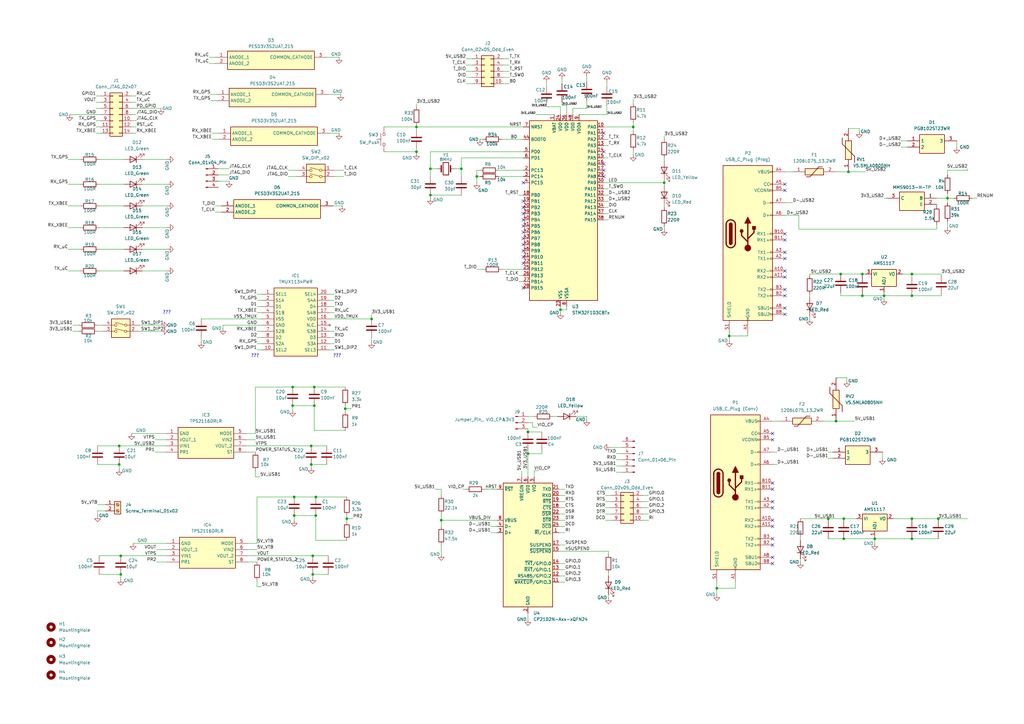
<source format=kicad_sch>
(kicad_sch (version 20230121) (generator eeschema)
  (paper "A3")
  (lib_symbols
    (symbol "1206L075_13_2WR:1206L075_13.2WR" (pin_names hide)
      (property "Reference" "F" (at 13.97 6.35 0))
      (property "Value" "1206L075_13.2WR" (at 13.97 3.81 0))
      (symbol "1206L075_13.2WR_1_1"
        (pin passive line (at 0 0 0) (length 5.08) (name "1") (number "1"))
        (pin passive line (at 17.78 0 180) (length 5.08) (name "2") (number "2"))
      )
    )
    (symbol "Connector:Conn_01x03_Pin" (pin_names (offset 1.016) hide)
      (property "Reference" "J" (at 0 5.08 0))
      (property "Value" "Conn_01x03_Pin" (at 0 -5.08 0))
      (symbol "Conn_01x03_Pin_1_1"
        (pin passive line (at 5.08 2.54 180) (length 3.81) (name "Pin_1") (number "1"))
        (pin passive line (at 5.08 0 180) (length 3.81) (name "Pin_2") (number "2"))
        (pin passive line (at 5.08 -2.54 180) (length 3.81) (name "Pin_3") (number "3"))
      )
    )
    (symbol "Connector:Conn_01x04_Pin" (pin_names (offset 1.016) hide)
      (property "Reference" "J" (at 0 5.08 0))
      (property "Value" "Conn_01x04_Pin" (at 0 -7.62 0))
      (symbol "Conn_01x04_Pin_1_1"
        (pin passive line (at 5.08 2.54 180) (length 3.81) (name "Pin_1") (number "1"))
        (pin passive line (at 5.08 0 180) (length 3.81) (name "Pin_2") (number "2"))
        (pin passive line (at 5.08 -2.54 180) (length 3.81) (name "Pin_3") (number "3"))
        (pin passive line (at 5.08 -5.08 180) (length 3.81) (name "Pin_4") (number "4"))
      )
    )
    (symbol "Connector:Conn_01x06_Pin" (pin_names (offset 1.016) hide)
      (property "Reference" "J" (at 0 7.62 0))
      (property "Value" "Conn_01x06_Pin" (at 0 -10.16 0))
      (symbol "Conn_01x06_Pin_1_1"
        (pin passive line (at 5.08 5.08 180) (length 3.81) (name "Pin_1") (number "1"))
        (pin passive line (at 5.08 2.54 180) (length 3.81) (name "Pin_2") (number "2"))
        (pin passive line (at 5.08 0 180) (length 3.81) (name "Pin_3") (number "3"))
        (pin passive line (at 5.08 -2.54 180) (length 3.81) (name "Pin_4") (number "4"))
        (pin passive line (at 5.08 -5.08 180) (length 3.81) (name "Pin_5") (number "5"))
        (pin passive line (at 5.08 -7.62 180) (length 3.81) (name "Pin_6") (number "6"))
      )
    )
    (symbol "Connector:Screw_Terminal_01x02" (pin_names (offset 1.016) hide)
      (property "Reference" "J" (at 0 2.54 0))
      (property "Value" "Screw_Terminal_01x02" (at 0 -5.08 0))
      (symbol "Screw_Terminal_01x02_1_1"
        (pin passive line (at -5.08 0 0) (length 3.81) (name "Pin_1") (number "1"))
        (pin passive line (at -5.08 -2.54 0) (length 3.81) (name "Pin_2") (number "2"))
      )
    )
    (symbol "Connector:USB_C_Plug" (pin_names (offset 1.016))
      (property "Reference" "P" (at -10.16 29.21 0))
      (property "Value" "USB_C_Plug" (at 10.16 29.21 0))
      (symbol "USB_C_Plug_1_1"
        (pin passive line (at 0 -40.64 90) (length 5.08) (name "GND") (number "A1"))
        (pin bidirectional line (at 15.24 -15.24 180) (length 5.08) (name "RX2-") (number "A10"))
        (pin bidirectional line (at 15.24 -17.78 180) (length 5.08) (name "RX2+") (number "A11"))
        (pin passive line (at 0 -40.64 90) (length 5.08) hide (name "GND") (number "A12"))
        (pin bidirectional line (at 15.24 -10.16 180) (length 5.08) (name "TX1+") (number "A2"))
        (pin bidirectional line (at 15.24 -7.62 180) (length 5.08) (name "TX1-") (number "A3"))
        (pin passive line (at 15.24 25.4 180) (length 5.08) (name "VBUS") (number "A4"))
        (pin bidirectional line (at 15.24 20.32 180) (length 5.08) (name "CC") (number "A5"))
        (pin bidirectional line (at 15.24 7.62 180) (length 5.08) (name "D+") (number "A6"))
        (pin bidirectional line (at 15.24 12.7 180) (length 5.08) (name "D-") (number "A7"))
        (pin bidirectional line (at 15.24 -30.48 180) (length 5.08) (name "SBU1") (number "A8"))
        (pin passive line (at 15.24 25.4 180) (length 5.08) hide (name "VBUS") (number "A9"))
        (pin passive line (at 0 -40.64 90) (length 5.08) hide (name "GND") (number "B1"))
        (pin bidirectional line (at 15.24 0 180) (length 5.08) (name "RX1-") (number "B10"))
        (pin bidirectional line (at 15.24 -2.54 180) (length 5.08) (name "RX1+") (number "B11"))
        (pin passive line (at 0 -40.64 90) (length 5.08) hide (name "GND") (number "B12"))
        (pin bidirectional line (at 15.24 -25.4 180) (length 5.08) (name "TX2+") (number "B2"))
        (pin bidirectional line (at 15.24 -22.86 180) (length 5.08) (name "TX2-") (number "B3"))
        (pin passive line (at 15.24 25.4 180) (length 5.08) hide (name "VBUS") (number "B4"))
        (pin bidirectional line (at 15.24 17.78 180) (length 5.08) (name "VCONN") (number "B5"))
        (pin bidirectional line (at 15.24 -33.02 180) (length 5.08) (name "SBU2") (number "B8"))
        (pin passive line (at 15.24 25.4 180) (length 5.08) hide (name "VBUS") (number "B9"))
        (pin passive line (at -7.62 -40.64 90) (length 5.08) (name "SHIELD") (number "S1"))
      )
    )
    (symbol "Connector_Generic:Conn_02x05_Odd_Even" (pin_names (offset 1.016) hide)
      (property "Reference" "J" (at 1.27 7.62 0))
      (property "Value" "Conn_02x05_Odd_Even" (at 1.27 -7.62 0))
      (symbol "Conn_02x05_Odd_Even_1_1"
        (pin passive line (at -5.08 5.08 0) (length 3.81) (name "Pin_1") (number "1"))
        (pin passive line (at 7.62 -5.08 180) (length 3.81) (name "Pin_10") (number "10"))
        (pin passive line (at 7.62 5.08 180) (length 3.81) (name "Pin_2") (number "2"))
        (pin passive line (at -5.08 2.54 0) (length 3.81) (name "Pin_3") (number "3"))
        (pin passive line (at 7.62 2.54 180) (length 3.81) (name "Pin_4") (number "4"))
        (pin passive line (at -5.08 0 0) (length 3.81) (name "Pin_5") (number "5"))
        (pin passive line (at 7.62 0 180) (length 3.81) (name "Pin_6") (number "6"))
        (pin passive line (at -5.08 -2.54 0) (length 3.81) (name "Pin_7") (number "7"))
        (pin passive line (at 7.62 -2.54 180) (length 3.81) (name "Pin_8") (number "8"))
        (pin passive line (at -5.08 -5.08 0) (length 3.81) (name "Pin_9") (number "9"))
      )
    )
    (symbol "Connector_Generic:Conn_02x07_Odd_Even" (pin_names (offset 1.016) hide)
      (property "Reference" "J" (at 1.27 10.16 0))
      (property "Value" "Conn_02x07_Odd_Even" (at 1.27 -10.16 0))
      (symbol "Conn_02x07_Odd_Even_1_1"
        (pin passive line (at -5.08 7.62 0) (length 3.81) (name "Pin_1") (number "1"))
        (pin passive line (at 7.62 -2.54 180) (length 3.81) (name "Pin_10") (number "10"))
        (pin passive line (at -5.08 -5.08 0) (length 3.81) (name "Pin_11") (number "11"))
        (pin passive line (at 7.62 -5.08 180) (length 3.81) (name "Pin_12") (number "12"))
        (pin passive line (at -5.08 -7.62 0) (length 3.81) (name "Pin_13") (number "13"))
        (pin passive line (at 7.62 -7.62 180) (length 3.81) (name "Pin_14") (number "14"))
        (pin passive line (at 7.62 7.62 180) (length 3.81) (name "Pin_2") (number "2"))
        (pin passive line (at -5.08 5.08 0) (length 3.81) (name "Pin_3") (number "3"))
        (pin passive line (at 7.62 5.08 180) (length 3.81) (name "Pin_4") (number "4"))
        (pin passive line (at -5.08 2.54 0) (length 3.81) (name "Pin_5") (number "5"))
        (pin passive line (at 7.62 2.54 180) (length 3.81) (name "Pin_6") (number "6"))
        (pin passive line (at -5.08 0 0) (length 3.81) (name "Pin_7") (number "7"))
        (pin passive line (at 7.62 0 180) (length 3.81) (name "Pin_8") (number "8"))
        (pin passive line (at -5.08 -2.54 0) (length 3.81) (name "Pin_9") (number "9"))
      )
    )
    (symbol "Device:C" (pin_numbers hide) (pin_names (offset 0.254))
      (property "Reference" "C" (at 0.635 2.54 0))
      (property "Value" "C" (at 0.635 -2.54 0))
      (symbol "C_1_1"
        (pin passive line (at 0 3.81 270) (length 2.794) (name "~") (number "1"))
        (pin passive line (at 0 -3.81 90) (length 2.794) (name "~") (number "2"))
      )
    )
    (symbol "Device:Crystal" (pin_numbers hide) (pin_names (offset 1.016) hide)
      (property "Reference" "Y" (at 0 3.81 0))
      (property "Value" "Crystal" (at 0 -3.81 0))
      (symbol "Crystal_1_1"
        (pin passive line (at -3.81 0 0) (length 1.27) (name "1") (number "1"))
        (pin passive line (at 3.81 0 180) (length 1.27) (name "2") (number "2"))
      )
    )
    (symbol "Device:LED" (pin_numbers hide) (pin_names (offset 1.016) hide)
      (property "Reference" "D" (at 0 2.54 0))
      (property "Value" "LED" (at 0 -2.54 0))
      (symbol "LED_1_1"
        (pin passive line (at -3.81 0 0) (length 2.54) (name "K") (number "1"))
        (pin passive line (at 3.81 0 180) (length 2.54) (name "A") (number "2"))
      )
    )
    (symbol "Device:R" (pin_numbers hide) (pin_names (offset 0))
      (property "Reference" "R" (at 2.032 0 90))
      (property "Value" "R" (at 0 0 90))
      (symbol "R_1_1"
        (pin passive line (at 0 3.81 270) (length 1.27) (name "~") (number "1"))
        (pin passive line (at 0 -3.81 90) (length 1.27) (name "~") (number "2"))
      )
    )
    (symbol "Interface_USB:CP2102N-Axx-xQFN24"
      (property "Reference" "U" (at -8.89 26.67 0))
      (property "Value" "CP2102N-Axx-xQFN24" (at 13.97 26.67 0))
      (symbol "CP2102N-Axx-xQFN24_1_1"
        (pin bidirectional line (at 12.7 5.08 180) (length 2.54) (name "~{RI}/CLK") (number "1"))
        (pin no_connect line (at -10.16 -22.86 0) (length 2.54) hide (name "NC") (number "10"))
        (pin bidirectional line (at 12.7 -15.24 180) (length 2.54) (name "~{WAKEUP}/GPIO.3") (number "11"))
        (pin bidirectional line (at 12.7 -12.7 180) (length 2.54) (name "RS485/GPIO.2") (number "12"))
        (pin bidirectional line (at 12.7 -10.16 180) (length 2.54) (name "~{RXT}/GPIO.1") (number "13"))
        (pin bidirectional line (at 12.7 -7.62 180) (length 2.54) (name "~{TXT}/GPIO.0") (number "14"))
        (pin output line (at 12.7 -2.54 180) (length 2.54) (name "~{SUSPEND}") (number "15"))
        (pin no_connect line (at 10.16 -22.86 180) (length 2.54) hide (name "NC") (number "16"))
        (pin output line (at 12.7 0 180) (length 2.54) (name "SUSPEND") (number "17"))
        (pin input line (at 12.7 15.24 180) (length 2.54) (name "~{CTS}") (number "18"))
        (pin output line (at 12.7 17.78 180) (length 2.54) (name "~{RTS}") (number "19"))
        (pin power_in line (at 0 -27.94 90) (length 2.54) (name "GND") (number "2"))
        (pin input line (at 12.7 20.32 180) (length 2.54) (name "RXD") (number "20"))
        (pin output line (at 12.7 22.86 180) (length 2.54) (name "TXD") (number "21"))
        (pin input line (at 12.7 12.7 180) (length 2.54) (name "~{DSR}") (number "22"))
        (pin output line (at 12.7 10.16 180) (length 2.54) (name "~{DTR}") (number "23"))
        (pin input line (at 12.7 7.62 180) (length 2.54) (name "~{DCD}") (number "24"))
        (pin passive line (at 0 -27.94 90) (length 2.54) hide (name "GND") (number "25"))
        (pin bidirectional line (at -12.7 5.08 0) (length 2.54) (name "D+") (number "3"))
        (pin bidirectional line (at -12.7 7.62 0) (length 2.54) (name "D-") (number "4"))
        (pin power_in line (at 2.54 27.94 270) (length 2.54) (name "VIO") (number "5"))
        (pin power_in line (at 0 27.94 270) (length 2.54) (name "VDD") (number "6"))
        (pin power_in line (at -2.54 27.94 270) (length 2.54) (name "VREGIN") (number "7"))
        (pin input line (at -12.7 10.16 0) (length 2.54) (name "VBUS") (number "8"))
        (pin input line (at -12.7 22.86 0) (length 2.54) (name "~{RST}") (number "9"))
      )
    )
    (symbol "MCU_ST_STM32F1:STM32F103CBTx"
      (property "Reference" "U" (at -12.7 39.37 0))
      (property "Value" "STM32F103CBTx" (at 10.16 39.37 0))
      (symbol "STM32F103CBTx_1_1"
        (pin power_in line (at -2.54 40.64 270) (length 2.54) (name "VBAT") (number "1"))
        (pin bidirectional line (at 17.78 35.56 180) (length 2.54) (name "PA0") (number "10"))
        (pin bidirectional line (at 17.78 33.02 180) (length 2.54) (name "PA1") (number "11"))
        (pin bidirectional line (at 17.78 30.48 180) (length 2.54) (name "PA2") (number "12"))
        (pin bidirectional line (at 17.78 27.94 180) (length 2.54) (name "PA3") (number "13"))
        (pin bidirectional line (at 17.78 25.4 180) (length 2.54) (name "PA4") (number "14"))
        (pin bidirectional line (at 17.78 22.86 180) (length 2.54) (name "PA5") (number "15"))
        (pin bidirectional line (at 17.78 20.32 180) (length 2.54) (name "PA6") (number "16"))
        (pin bidirectional line (at 17.78 17.78 180) (length 2.54) (name "PA7") (number "17"))
        (pin bidirectional line (at -15.24 7.62 0) (length 2.54) (name "PB0") (number "18"))
        (pin bidirectional line (at -15.24 5.08 0) (length 2.54) (name "PB1") (number "19"))
        (pin bidirectional line (at -15.24 17.78 0) (length 2.54) (name "PC13") (number "2"))
        (pin bidirectional line (at -15.24 2.54 0) (length 2.54) (name "PB2") (number "20"))
        (pin bidirectional line (at -15.24 -17.78 0) (length 2.54) (name "PB10") (number "21"))
        (pin bidirectional line (at -15.24 -20.32 0) (length 2.54) (name "PB11") (number "22"))
        (pin power_in line (at 0 -38.1 90) (length 2.54) (name "VSS") (number "23"))
        (pin power_in line (at 0 40.64 270) (length 2.54) (name "VDD") (number "24"))
        (pin bidirectional line (at -15.24 -22.86 0) (length 2.54) (name "PB12") (number "25"))
        (pin bidirectional line (at -15.24 -25.4 0) (length 2.54) (name "PB13") (number "26"))
        (pin bidirectional line (at -15.24 -27.94 0) (length 2.54) (name "PB14") (number "27"))
        (pin bidirectional line (at -15.24 -30.48 0) (length 2.54) (name "PB15") (number "28"))
        (pin bidirectional line (at 17.78 15.24 180) (length 2.54) (name "PA8") (number "29"))
        (pin bidirectional line (at -15.24 15.24 0) (length 2.54) (name "PC14") (number "3"))
        (pin bidirectional line (at 17.78 12.7 180) (length 2.54) (name "PA9") (number "30"))
        (pin bidirectional line (at 17.78 10.16 180) (length 2.54) (name "PA10") (number "31"))
        (pin bidirectional line (at 17.78 7.62 180) (length 2.54) (name "PA11") (number "32"))
        (pin bidirectional line (at 17.78 5.08 180) (length 2.54) (name "PA12") (number "33"))
        (pin bidirectional line (at 17.78 2.54 180) (length 2.54) (name "PA13") (number "34"))
        (pin passive line (at 0 -38.1 90) (length 2.54) hide (name "VSS") (number "35"))
        (pin power_in line (at 2.54 40.64 270) (length 2.54) (name "VDD") (number "36"))
        (pin bidirectional line (at 17.78 0 180) (length 2.54) (name "PA14") (number "37"))
        (pin bidirectional line (at 17.78 -2.54 180) (length 2.54) (name "PA15") (number "38"))
        (pin bidirectional line (at -15.24 0 0) (length 2.54) (name "PB3") (number "39"))
        (pin bidirectional line (at -15.24 12.7 0) (length 2.54) (name "PC15") (number "4"))
        (pin bidirectional line (at -15.24 -2.54 0) (length 2.54) (name "PB4") (number "40"))
        (pin bidirectional line (at -15.24 -5.08 0) (length 2.54) (name "PB5") (number "41"))
        (pin bidirectional line (at -15.24 -7.62 0) (length 2.54) (name "PB6") (number "42"))
        (pin bidirectional line (at -15.24 -10.16 0) (length 2.54) (name "PB7") (number "43"))
        (pin input line (at -15.24 30.48 0) (length 2.54) (name "BOOT0") (number "44"))
        (pin bidirectional line (at -15.24 -12.7 0) (length 2.54) (name "PB8") (number "45"))
        (pin bidirectional line (at -15.24 -15.24 0) (length 2.54) (name "PB9") (number "46"))
        (pin passive line (at 0 -38.1 90) (length 2.54) hide (name "VSS") (number "47"))
        (pin power_in line (at 5.08 40.64 270) (length 2.54) (name "VDD") (number "48"))
        (pin bidirectional line (at -15.24 25.4 0) (length 2.54) (name "PD0") (number "5"))
        (pin bidirectional line (at -15.24 22.86 0) (length 2.54) (name "PD1") (number "6"))
        (pin input line (at -15.24 35.56 0) (length 2.54) (name "NRST") (number "7"))
        (pin power_in line (at 2.54 -38.1 90) (length 2.54) (name "VSSA") (number "8"))
        (pin power_in line (at 7.62 40.64 270) (length 2.54) (name "VDDA") (number "9"))
      )
    )
    (symbol "MMS9013-H-TP:MMS9013-H-TP"
      (property "Reference" "IC" (at 16.51 7.62 0))
      (property "Value" "MMS9013-H-TP" (at 16.51 5.08 0))
      (symbol "MMS9013-H-TP_1_1"
        (pin passive line (at 0 0 0) (length 5.08) (name "B") (number "1"))
        (pin passive line (at 0 -2.54 0) (length 5.08) (name "E") (number "2"))
        (pin passive line (at 20.32 0 180) (length 5.08) (name "C") (number "3"))
      )
    )
    (symbol "Mechanical:MountingHole" (pin_names (offset 1.016))
      (property "Reference" "H" (at 0 5.08 0))
      (property "Value" "MountingHole" (at 0 3.175 0))
    )
    (symbol "PESD3V3S2UAT_215:PESD3V3S2UAT,215"
      (property "Reference" "D" (at 41.91 7.62 0))
      (property "Value" "PESD3V3S2UAT,215" (at 41.91 5.08 0))
      (symbol "PESD3V3S2UAT,215_1_1"
        (pin passive line (at 0 0 0) (length 5.08) (name "ANODE_1") (number "1"))
        (pin passive line (at 0 -2.54 0) (length 5.08) (name "ANODE_2") (number "2"))
        (pin passive line (at 45.72 0 180) (length 5.08) (name "COMMON_CATHODE") (number "3"))
      )
    )
    (symbol "PGB102ST23WR:PGB102ST23WR"
      (property "Reference" "D" (at 16.51 7.62 0))
      (property "Value" "PGB102ST23WR" (at 16.51 5.08 0))
      (symbol "PGB102ST23WR_1_1"
        (pin passive line (at 0 0 0) (length 5.08) (name "1") (number "1"))
        (pin passive line (at 0 -2.54 0) (length 5.08) (name "2") (number "2"))
        (pin passive line (at 20.32 0 180) (length 5.08) (name "3") (number "3"))
      )
    )
    (symbol "Regulator_Linear:AMS1117"
      (property "Reference" "U" (at -3.81 3.175 0))
      (property "Value" "AMS1117" (at 0 3.175 0))
      (symbol "AMS1117_1_1"
        (pin input line (at 0 -7.62 90) (length 2.54) (name "ADJ") (number "1"))
        (pin power_out line (at 7.62 0 180) (length 2.54) (name "VO") (number "2"))
        (pin power_in line (at -7.62 0 0) (length 2.54) (name "VI") (number "3"))
      )
    )
    (symbol "Switch:SW_DIP_x02" (pin_names (offset 0) hide)
      (property "Reference" "SW" (at 0 6.35 0))
      (property "Value" "SW_DIP_x02" (at 0 -3.81 0))
      (symbol "SW_DIP_x02_1_1"
        (pin passive line (at -7.62 2.54 0) (length 5.08) (name "~") (number "1"))
        (pin passive line (at -7.62 0 0) (length 5.08) (name "~") (number "2"))
        (pin passive line (at 7.62 0 180) (length 5.08) (name "~") (number "3"))
        (pin passive line (at 7.62 2.54 180) (length 5.08) (name "~") (number "4"))
      )
    )
    (symbol "Switch:SW_Push" (pin_numbers hide) (pin_names (offset 1.016) hide)
      (property "Reference" "SW" (at 1.27 2.54 0))
      (property "Value" "SW_Push" (at 0 -1.524 0))
      (symbol "SW_Push_0_1"
        (pin passive line (at -5.08 0 0) (length 2.54) (name "1") (number "1"))
        (pin passive line (at 5.08 0 180) (length 2.54) (name "2") (number "2"))
      )
    )
    (symbol "TMUX1134PWR:TMUX1134PWR"
      (property "Reference" "IC" (at 24.13 7.62 0))
      (property "Value" "TMUX1134PWR" (at 24.13 5.08 0))
      (symbol "TMUX1134PWR_1_1"
        (pin passive line (at 0 0 0) (length 5.08) (name "SEL1") (number "1"))
        (pin passive line (at 0 -22.86 0) (length 5.08) (name "SEL2") (number "10"))
        (pin passive line (at 27.94 -22.86 180) (length 5.08) (name "SEL3") (number "11"))
        (pin passive line (at 27.94 -20.32 180) (length 5.08) (name "S3A") (number "12"))
        (pin passive line (at 27.94 -17.78 180) (length 5.08) (name "D3") (number "13"))
        (pin passive line (at 27.94 -15.24 180) (length 5.08) (name "S3B") (number "14"))
        (pin no_connect line (at 27.94 -12.7 180) (length 5.08) (name "N.C.") (number "15"))
        (pin passive line (at 27.94 -10.16 180) (length 5.08) (name "VDD") (number "16"))
        (pin passive line (at 27.94 -7.62 180) (length 5.08) (name "S4B") (number "17"))
        (pin passive line (at 27.94 -5.08 180) (length 5.08) (name "D4") (number "18"))
        (pin passive line (at 27.94 -2.54 180) (length 5.08) (name "S4A") (number "19"))
        (pin passive line (at 0 -2.54 0) (length 5.08) (name "S1A") (number "2"))
        (pin passive line (at 27.94 0 180) (length 5.08) (name "SEL4") (number "20"))
        (pin passive line (at 0 -5.08 0) (length 5.08) (name "D1") (number "3"))
        (pin passive line (at 0 -7.62 0) (length 5.08) (name "S1B") (number "4"))
        (pin passive line (at 0 -10.16 0) (length 5.08) (name "VSS") (number "5"))
        (pin passive line (at 0 -12.7 0) (length 5.08) (name "GND") (number "6"))
        (pin passive line (at 0 -15.24 0) (length 5.08) (name "S2B") (number "7"))
        (pin passive line (at 0 -17.78 0) (length 5.08) (name "D2") (number "8"))
        (pin passive line (at 0 -20.32 0) (length 5.08) (name "S2A") (number "9"))
      )
    )
    (symbol "TPS2116DRLR:TPS2116DRLR"
      (property "Reference" "IC" (at 29.21 7.62 0))
      (property "Value" "TPS2116DRLR" (at 29.21 5.08 0))
      (symbol "TPS2116DRLR_1_1"
        (pin passive line (at 0 0 0) (length 5.08) (name "GND") (number "1"))
        (pin passive line (at 0 -2.54 0) (length 5.08) (name "VOUT_1") (number "2"))
        (pin passive line (at 0 -5.08 0) (length 5.08) (name "VIN1") (number "3"))
        (pin passive line (at 0 -7.62 0) (length 5.08) (name "PR1") (number "4"))
        (pin passive line (at 33.02 0 180) (length 5.08) (name "MODE") (number "5"))
        (pin passive line (at 33.02 -2.54 180) (length 5.08) (name "VIN2") (number "6"))
        (pin passive line (at 33.02 -5.08 180) (length 5.08) (name "VOUT_2") (number "7"))
        (pin passive line (at 33.02 -7.62 180) (length 5.08) (name "ST") (number "8"))
      )
    )
    (symbol "V5_5MLA0805NH:V5.5MLA0805NH" (pin_names hide)
      (property "Reference" "RV" (at 13.97 6.35 0))
      (property "Value" "V5.5MLA0805NH" (at 13.97 3.81 0))
      (symbol "V5.5MLA0805NH_1_1"
        (pin passive line (at 0 0 0) (length 5.08) (name "1") (number "1"))
        (pin passive line (at 17.78 0 180) (length 5.08) (name "2") (number "2"))
      )
    )
    (symbol "power:GND" (power) (pin_names (offset 0))
      (property "Value" "GND" (at 0 -3.81 0))
      (symbol "GND_1_1"
        (pin power_in line (at 0 0 270) (length 0) hide (name "GND") (number "1"))
      )
    )
  )
  (junction (at 176.53 69.215))
  (junction (at 374.015 212.725))
  (junction (at 142.24 212.725))
  (junction (at 353.695 121.285))
  (junction (at 48.895 190.5))
  (junction (at 180.975 213.36))
  (junction (at 374.015 220.98))
  (junction (at 259.715 52.07))
  (junction (at 272.415 74.93))
  (junction (at 384.81 212.725))
  (junction (at 127.635 190.5))
  (junction (at 374.015 112.395))
  (junction (at 353.695 112.395))
  (junction (at 299.085 137.795))
  (junction (at 195.58 72.39))
  (junction (at 170.815 52.07))
  (junction (at 127.635 182.88))
  (junction (at 170.815 62.23))
  (junction (at 128.27 235.585))
  (junction (at 344.805 112.395))
  (junction (at 347.98 70.485))
  (junction (at 128.27 227.965))
  (junction (at 120.015 166.37))
  (junction (at 229.87 127))
  (junction (at 346.075 212.725))
  (junction (at 120.65 203.835))
  (junction (at 49.53 235.585))
  (junction (at 362.585 121.285))
  (junction (at 120.65 211.455))
  (junction (at 374.015 121.285))
  (junction (at 128.905 158.75))
  (junction (at 342.9 172.72))
  (junction (at 339.725 212.725))
  (junction (at 120.015 158.75))
  (junction (at 294.005 241.3))
  (junction (at 216.535 177.165))
  (junction (at 129.54 211.455))
  (junction (at 48.895 182.88))
  (junction (at 189.23 69.215))
  (junction (at 49.53 227.965))
  (junction (at 388.62 81.28))
  (junction (at 141.605 167.64))
  (junction (at 346.075 220.98))
  (junction (at 216.535 186.055))
  (junction (at 129.54 203.835))
  (junction (at 176.53 80.01))
  (junction (at 128.905 166.37))
  (junction (at 358.775 220.98))
  (junction (at 152.4 130.81))
  (no_connect (at 214.63 95.25))
  (no_connect (at 321.945 95.885))
  (no_connect (at 316.865 215.9))
  (no_connect (at 247.65 69.85))
  (no_connect (at 316.865 205.74))
  (no_connect (at 316.865 220.98))
  (no_connect (at 214.63 90.17))
  (no_connect (at 321.945 121.285))
  (no_connect (at 321.945 103.505))
  (no_connect (at 316.865 180.34))
  (no_connect (at 214.63 102.87))
  (no_connect (at 316.865 177.8))
  (no_connect (at 321.945 128.905))
  (no_connect (at 321.945 75.565))
  (no_connect (at 247.65 62.23))
  (no_connect (at 321.945 126.365))
  (no_connect (at 214.63 118.11))
  (no_connect (at 316.865 228.6))
  (no_connect (at 247.65 54.61))
  (no_connect (at 214.63 87.63))
  (no_connect (at 321.945 113.665))
  (no_connect (at 316.865 223.52))
  (no_connect (at 321.945 118.745))
  (no_connect (at 214.63 105.41))
  (no_connect (at 316.865 213.36))
  (no_connect (at 214.63 74.93))
  (no_connect (at 247.65 67.31))
  (no_connect (at 214.63 107.95))
  (no_connect (at 321.945 98.425))
  (no_connect (at 214.63 85.09))
  (no_connect (at 214.63 100.33))
  (no_connect (at 316.865 208.28))
  (no_connect (at 321.945 78.105))
  (no_connect (at 247.65 72.39))
  (no_connect (at 316.865 198.12))
  (no_connect (at 214.63 97.79))
  (no_connect (at 321.945 106.045))
  (no_connect (at 214.63 92.71))
  (no_connect (at 214.63 82.55))
  (no_connect (at 316.865 231.14))
  (no_connect (at 316.865 200.66))
  (no_connect (at 321.945 111.125))
  (wire (pts (xy 263.525 203.2) (xy 266.065 203.2)))
  (wire (pts (xy 339.725 220.98) (xy 346.075 220.98)))
  (wire (pts (xy 388.62 81.28) (xy 388.62 83.185)))
  (wire (pts (xy 157.48 52.07) (xy 170.815 52.07)))
  (wire (pts (xy 230.505 43.18) (xy 230.505 41.91)))
  (wire (pts (xy 137.16 72.39) (xy 140.97 72.39)))
  (wire (pts (xy 247.65 77.47) (xy 249.555 77.47)))
  (wire (pts (xy 89.535 74.295) (xy 93.98 74.295)))
  (wire (pts (xy 49.53 227.965) (xy 40.64 227.965)))
  (wire (pts (xy 105.41 138.43) (xy 107.315 138.43)))
  (wire (pts (xy 39.37 49.53) (xy 41.275 49.53)))
  (wire (pts (xy 152.4 128.905) (xy 152.4 130.81)))
  (wire (pts (xy 40.005 209.55) (xy 40.005 211.455)))
  (wire (pts (xy 362.585 81.28) (xy 363.855 81.28)))
  (wire (pts (xy 27.94 84.455) (xy 33.02 84.455)))
  (wire (pts (xy 88.265 84.455) (xy 90.805 84.455)))
  (wire (pts (xy 339.725 185.42) (xy 341.63 185.42)))
  (wire (pts (xy 388.62 79.375) (xy 388.62 81.28)))
  (wire (pts (xy 259.715 40.64) (xy 259.715 42.545)))
  (wire (pts (xy 229.235 205.74) (xy 231.775 205.74)))
  (wire (pts (xy 27.94 93.345) (xy 33.02 93.345)))
  (wire (pts (xy 342.9 172.72) (xy 350.52 172.72)))
  (wire (pts (xy 39.37 41.91) (xy 41.275 41.91)))
  (wire (pts (xy 39.37 52.07) (xy 41.275 52.07)))
  (wire (pts (xy 299.085 137.795) (xy 306.705 137.795)))
  (wire (pts (xy 229.235 210.82) (xy 231.775 210.82)))
  (wire (pts (xy 135.255 120.65) (xy 137.16 120.65)))
  (wire (pts (xy 195.58 72.39) (xy 195.58 74.93)))
  (wire (pts (xy 204.47 72.39) (xy 214.63 72.39)))
  (wire (pts (xy 100.965 177.8) (xy 104.775 177.8)))
  (wire (pts (xy 248.92 43.18) (xy 248.92 46.99)))
  (wire (pts (xy 347.345 154.94) (xy 347.345 156.21)))
  (wire (pts (xy 85.725 23.495) (xy 88.265 23.495)))
  (wire (pts (xy 388.62 81.28) (xy 391.16 81.28)))
  (wire (pts (xy 229.235 200.66) (xy 231.775 200.66)))
  (wire (pts (xy 104.775 193.04) (xy 104.775 195.58)))
  (wire (pts (xy 198.12 57.15) (xy 196.85 57.15)))
  (wire (pts (xy 247.65 87.63) (xy 249.555 87.63)))
  (wire (pts (xy 354.965 70.485) (xy 347.98 70.485)))
  (wire (pts (xy 247.65 82.55) (xy 249.555 82.55)))
  (wire (pts (xy 135.255 123.19) (xy 137.16 123.19)))
  (wire (pts (xy 53.975 49.53) (xy 55.88 49.53)))
  (wire (pts (xy 128.905 158.75) (xy 141.605 158.75)))
  (wire (pts (xy 353.695 121.285) (xy 353.695 120.65)))
  (wire (pts (xy 40.64 111.125) (xy 50.8 111.125)))
  (wire (pts (xy 316.865 185.42) (xy 318.77 185.42)))
  (wire (pts (xy 374.015 220.98) (xy 384.81 220.98)))
  (wire (pts (xy 247.65 80.01) (xy 249.555 80.01)))
  (wire (pts (xy 263.525 210.82) (xy 266.065 210.82)))
  (wire (pts (xy 230.505 43.18) (xy 232.41 43.18)))
  (wire (pts (xy 100.965 185.42) (xy 104.775 185.42)))
  (wire (pts (xy 248.285 210.82) (xy 250.825 210.82)))
  (wire (pts (xy 301.625 238.76) (xy 301.625 241.3)))
  (wire (pts (xy 370.205 112.395) (xy 374.015 112.395)))
  (wire (pts (xy 29.845 135.89) (xy 32.385 135.89)))
  (wire (pts (xy 321.945 70.485) (xy 325.12 70.485)))
  (wire (pts (xy 328.295 229.235) (xy 328.295 230.505)))
  (wire (pts (xy 100.965 182.88) (xy 127.635 182.88)))
  (wire (pts (xy 249.555 234.95) (xy 249.555 236.22)))
  (wire (pts (xy 362.585 120.015) (xy 362.585 121.285)))
  (wire (pts (xy 142.24 212.725) (xy 142.24 213.995)))
  (wire (pts (xy 120.015 166.37) (xy 128.905 166.37)))
  (wire (pts (xy 58.42 102.235) (xy 68.58 102.235)))
  (wire (pts (xy 247.65 64.77) (xy 249.555 64.77)))
  (wire (pts (xy 40.64 102.235) (xy 50.8 102.235)))
  (wire (pts (xy 216.535 186.055) (xy 216.535 195.58)))
  (wire (pts (xy 139.065 23.495) (xy 133.985 23.495)))
  (wire (pts (xy 212.725 80.01) (xy 214.63 80.01)))
  (wire (pts (xy 104.775 158.75) (xy 104.775 177.8)))
  (wire (pts (xy 201.295 215.9) (xy 203.835 215.9)))
  (wire (pts (xy 101.6 222.885) (xy 105.41 222.885)))
  (wire (pts (xy 218.44 175.26) (xy 218.44 173.355)))
  (wire (pts (xy 299.085 136.525) (xy 299.085 137.795)))
  (wire (pts (xy 344.805 120.015) (xy 344.805 121.285)))
  (wire (pts (xy 205.74 110.49) (xy 214.63 110.49)))
  (wire (pts (xy 374.015 212.725) (xy 384.81 212.725)))
  (wire (pts (xy 53.975 52.07) (xy 55.88 52.07)))
  (wire (pts (xy 135.255 130.81) (xy 152.4 130.81)))
  (wire (pts (xy 263.525 208.28) (xy 266.065 208.28)))
  (wire (pts (xy 229.87 46.99) (xy 229.87 43.815)))
  (wire (pts (xy 216.535 175.895) (xy 216.535 177.165)))
  (wire (pts (xy 85.725 26.035) (xy 88.265 26.035)))
  (wire (pts (xy 64.135 230.505) (xy 68.58 230.505)))
  (wire (pts (xy 49.53 227.965) (xy 68.58 227.965)))
  (wire (pts (xy 53.975 39.37) (xy 55.88 39.37)))
  (wire (pts (xy 53.975 41.91) (xy 55.88 41.91)))
  (wire (pts (xy 249.555 243.84) (xy 249.555 245.11)))
  (wire (pts (xy 328.295 212.725) (xy 339.725 212.725)))
  (wire (pts (xy 263.525 205.74) (xy 266.065 205.74)))
  (wire (pts (xy 386.08 113.03) (xy 386.08 112.395)))
  (wire (pts (xy 232.41 125.73) (xy 232.41 127)))
  (wire (pts (xy 135.255 138.43) (xy 137.16 138.43)))
  (wire (pts (xy 332.105 112.395) (xy 344.805 112.395)))
  (wire (pts (xy 170.815 51.435) (xy 170.815 52.07)))
  (wire (pts (xy 353.695 113.03) (xy 353.695 112.395)))
  (wire (pts (xy 219.075 193.04) (xy 220.98 193.04)))
  (wire (pts (xy 388.62 69.85) (xy 388.62 71.755)))
  (wire (pts (xy 229.235 218.44) (xy 231.775 218.44)))
  (wire (pts (xy 332.105 120.65) (xy 332.105 121.92)))
  (wire (pts (xy 229.235 215.9) (xy 231.775 215.9)))
  (wire (pts (xy 247.65 52.07) (xy 259.715 52.07)))
  (wire (pts (xy 212.725 113.03) (xy 214.63 113.03)))
  (wire (pts (xy 142.24 212.725) (xy 144.78 212.725)))
  (wire (pts (xy 216.535 177.165) (xy 222.25 177.165)))
  (wire (pts (xy 129.54 203.835) (xy 142.24 203.835)))
  (wire (pts (xy 89.535 71.755) (xy 93.98 71.755)))
  (wire (pts (xy 189.23 64.77) (xy 189.23 69.215)))
  (wire (pts (xy 252.73 191.135) (xy 255.27 191.135)))
  (wire (pts (xy 180.975 200.66) (xy 180.975 203.2)))
  (wire (pts (xy 53.975 54.61) (xy 55.88 54.61)))
  (wire (pts (xy 178.435 200.66) (xy 180.975 200.66)))
  (wire (pts (xy 180.975 210.82) (xy 180.975 213.36)))
  (wire (pts (xy 196.85 69.85) (xy 195.58 69.85)))
  (wire (pts (xy 229.235 208.28) (xy 231.775 208.28)))
  (wire (pts (xy 91.44 133.35) (xy 91.44 134.62)))
  (wire (pts (xy 206.375 31.75) (xy 208.915 31.75)))
  (wire (pts (xy 40.005 207.01) (xy 43.18 207.01)))
  (wire (pts (xy 353.695 112.395) (xy 354.965 112.395)))
  (wire (pts (xy 157.48 62.23) (xy 170.815 62.23)))
  (wire (pts (xy 344.805 112.395) (xy 353.695 112.395)))
  (wire (pts (xy 27.94 75.565) (xy 33.02 75.565)))
  (wire (pts (xy 384.81 212.725) (xy 396.875 212.725)))
  (wire (pts (xy 327.66 88.265) (xy 327.66 93.98)))
  (wire (pts (xy 58.42 84.455) (xy 68.58 84.455)))
  (wire (pts (xy 369.57 60.325) (xy 372.11 60.325)))
  (wire (pts (xy 294.005 238.76) (xy 294.005 241.3)))
  (wire (pts (xy 249.555 226.06) (xy 249.555 227.33)))
  (wire (pts (xy 88.265 86.995) (xy 90.805 86.995)))
  (wire (pts (xy 176.53 62.23) (xy 176.53 69.215)))
  (wire (pts (xy 105.41 240.665) (xy 107.315 240.665)))
  (wire (pts (xy 152.4 138.43) (xy 152.4 140.335)))
  (wire (pts (xy 234.95 44.45) (xy 234.95 46.99)))
  (wire (pts (xy 206.375 29.21) (xy 208.915 29.21)))
  (wire (pts (xy 247.65 57.15) (xy 249.555 57.15)))
  (wire (pts (xy 135.255 140.97) (xy 137.16 140.97)))
  (wire (pts (xy 191.135 24.13) (xy 193.675 24.13)))
  (wire (pts (xy 48.895 182.88) (xy 67.945 182.88)))
  (wire (pts (xy 135.255 54.61) (xy 139.065 54.61)))
  (wire (pts (xy 101.6 227.965) (xy 128.27 227.965)))
  (wire (pts (xy 236.22 170.815) (xy 240.665 170.815)))
  (wire (pts (xy 339.725 187.96) (xy 341.63 187.96)))
  (wire (pts (xy 48.895 182.88) (xy 40.005 182.88)))
  (wire (pts (xy 27.94 102.235) (xy 33.02 102.235)))
  (wire (pts (xy 347.98 52.705) (xy 352.425 52.705)))
  (wire (pts (xy 272.415 74.93) (xy 272.415 76.2)))
  (wire (pts (xy 316.865 190.5) (xy 318.77 190.5)))
  (wire (pts (xy 358.775 220.345) (xy 358.775 220.98)))
  (wire (pts (xy 248.285 205.74) (xy 250.825 205.74)))
  (wire (pts (xy 49.53 235.585) (xy 49.53 237.49)))
  (wire (pts (xy 40.64 65.405) (xy 50.8 65.405)))
  (wire (pts (xy 384.175 92.075) (xy 384.175 93.98)))
  (wire (pts (xy 191.135 26.67) (xy 193.675 26.67)))
  (wire (pts (xy 195.58 110.49) (xy 198.12 110.49)))
  (wire (pts (xy 229.235 233.68) (xy 231.775 233.68)))
  (wire (pts (xy 212.725 115.57) (xy 214.63 115.57)))
  (wire (pts (xy 39.37 44.45) (xy 41.275 44.45)))
  (wire (pts (xy 224.155 43.815) (xy 224.155 43.18)))
  (wire (pts (xy 328.295 220.345) (xy 328.295 221.615)))
  (wire (pts (xy 137.16 69.85) (xy 140.97 69.85)))
  (wire (pts (xy 219.71 46.99) (xy 227.33 46.99)))
  (wire (pts (xy 58.42 75.565) (xy 68.58 75.565)))
  (wire (pts (xy 248.92 33.655) (xy 248.92 35.56)))
  (wire (pts (xy 272.415 64.77) (xy 272.415 66.04)))
  (wire (pts (xy 176.53 69.215) (xy 176.53 72.39)))
  (wire (pts (xy 294.005 241.3) (xy 294.005 243.84)))
  (wire (pts (xy 127.635 190.5) (xy 127.635 191.77)))
  (wire (pts (xy 248.92 46.99) (xy 237.49 46.99)))
  (wire (pts (xy 374.015 213.36) (xy 374.015 212.725)))
  (wire (pts (xy 105.41 140.97) (xy 107.315 140.97)))
  (wire (pts (xy 180.975 213.36) (xy 180.975 215.9)))
  (wire (pts (xy 39.37 54.61) (xy 41.275 54.61)))
  (wire (pts (xy 240.665 31.115) (xy 240.665 33.655)))
  (wire (pts (xy 198.755 200.66) (xy 203.835 200.66)))
  (wire (pts (xy 216.535 170.815) (xy 219.075 170.815)))
  (wire (pts (xy 120.015 166.37) (xy 120.015 168.275)))
  (wire (pts (xy 40.005 133.35) (xy 41.91 133.35)))
  (wire (pts (xy 120.65 211.455) (xy 120.65 213.36)))
  (wire (pts (xy 339.725 212.725) (xy 339.725 213.36)))
  (wire (pts (xy 101.6 225.425) (xy 105.41 225.425)))
  (wire (pts (xy 82.55 130.81) (xy 107.315 130.81)))
  (wire (pts (xy 272.415 83.82) (xy 272.415 85.09)))
  (wire (pts (xy 195.58 69.85) (xy 195.58 72.39)))
  (wire (pts (xy 332.105 129.54) (xy 332.105 130.81)))
  (wire (pts (xy 180.975 213.36) (xy 203.835 213.36)))
  (wire (pts (xy 396.875 69.215) (xy 396.875 69.85)))
  (wire (pts (xy 127.635 182.88) (xy 133.985 182.88)))
  (wire (pts (xy 105.41 135.89) (xy 107.315 135.89)))
  (wire (pts (xy 272.415 55.88) (xy 272.415 57.15)))
  (wire (pts (xy 247.65 59.69) (xy 249.555 59.69)))
  (wire (pts (xy 128.27 227.965) (xy 134.62 227.965)))
  (wire (pts (xy 63.5 185.42) (xy 67.945 185.42)))
  (wire (pts (xy 229.235 231.14) (xy 231.775 231.14)))
  (wire (pts (xy 230.505 32.385) (xy 230.505 34.29)))
  (wire (pts (xy 229.235 226.06) (xy 249.555 226.06)))
  (wire (pts (xy 86.36 38.735) (xy 88.9 38.735)))
  (wire (pts (xy 250.19 183.515) (xy 255.27 183.515)))
  (wire (pts (xy 361.95 185.42) (xy 361.95 187.96)))
  (wire (pts (xy 342.9 154.94) (xy 347.345 154.94)))
  (wire (pts (xy 139.7 38.735) (xy 134.62 38.735)))
  (wire (pts (xy 118.11 69.85) (xy 121.92 69.85)))
  (wire (pts (xy 189.865 200.66) (xy 191.135 200.66)))
  (wire (pts (xy 374.015 112.395) (xy 374.015 113.665)))
  (wire (pts (xy 40.005 209.55) (xy 43.18 209.55)))
  (wire (pts (xy 48.895 190.5) (xy 48.895 192.405)))
  (wire (pts (xy 129.54 211.455) (xy 129.54 221.615)))
  (wire (pts (xy 299.085 137.795) (xy 299.085 139.7)))
  (wire (pts (xy 346.075 220.98) (xy 358.775 220.98)))
  (wire (pts (xy 205.74 57.15) (xy 214.63 57.15)))
  (wire (pts (xy 176.53 80.01) (xy 189.23 80.01)))
  (wire (pts (xy 272.415 73.66) (xy 272.415 74.93)))
  (wire (pts (xy 214.63 64.77) (xy 189.23 64.77)))
  (wire (pts (xy 195.58 72.39) (xy 196.85 72.39)))
  (wire (pts (xy 384.175 83.82) (xy 384.175 84.455)))
  (wire (pts (xy 342.9 70.485) (xy 347.98 70.485)))
  (wire (pts (xy 29.845 133.35) (xy 32.385 133.35)))
  (wire (pts (xy 105.41 203.835) (xy 105.41 222.885)))
  (wire (pts (xy 191.135 31.75) (xy 193.675 31.75)))
  (wire (pts (xy 86.36 41.275) (xy 88.9 41.275)))
  (wire (pts (xy 321.945 83.185) (xy 325.12 83.185)))
  (wire (pts (xy 374.015 112.395) (xy 386.08 112.395)))
  (wire (pts (xy 353.695 121.285) (xy 362.585 121.285)))
  (wire (pts (xy 58.42 65.405) (xy 68.58 65.405)))
  (wire (pts (xy 135.255 135.89) (xy 137.16 135.89)))
  (wire (pts (xy 118.11 72.39) (xy 121.92 72.39)))
  (wire (pts (xy 259.715 61.595) (xy 259.715 63.5)))
  (wire (pts (xy 105.41 143.51) (xy 107.315 143.51)))
  (wire (pts (xy 179.07 69.215) (xy 176.53 69.215)))
  (wire (pts (xy 57.15 135.89) (xy 66.04 135.89)))
  (wire (pts (xy 337.82 172.72) (xy 342.9 172.72)))
  (wire (pts (xy 248.285 213.36) (xy 250.825 213.36)))
  (wire (pts (xy 141.605 176.53) (xy 128.905 176.53)))
  (wire (pts (xy 259.715 50.165) (xy 259.715 52.07)))
  (wire (pts (xy 141.605 167.64) (xy 144.145 167.64)))
  (wire (pts (xy 321.945 88.265) (xy 327.66 88.265)))
  (wire (pts (xy 214.63 69.85) (xy 204.47 69.85)))
  (wire (pts (xy 252.73 186.055) (xy 255.27 186.055)))
  (wire (pts (xy 135.255 143.51) (xy 137.16 143.51)))
  (wire (pts (xy 229.87 127) (xy 232.41 127)))
  (wire (pts (xy 128.27 235.585) (xy 128.27 236.855)))
  (wire (pts (xy 40.005 135.89) (xy 41.91 135.89)))
  (wire (pts (xy 86.995 57.15) (xy 89.535 57.15)))
  (wire (pts (xy 240.665 41.275) (xy 240.665 44.45)))
  (wire (pts (xy 170.815 60.96) (xy 170.815 62.23)))
  (wire (pts (xy 201.295 218.44) (xy 203.835 218.44)))
  (wire (pts (xy 105.41 238.125) (xy 105.41 240.665)))
  (wire (pts (xy 226.695 170.815) (xy 228.6 170.815)))
  (wire (pts (xy 105.41 120.65) (xy 107.315 120.65)))
  (wire (pts (xy 39.37 39.37) (xy 41.275 39.37)))
  (wire (pts (xy 57.15 133.35) (xy 66.04 133.35)))
  (wire (pts (xy 180.975 223.52) (xy 180.975 227.33)))
  (wire (pts (xy 28.575 46.99) (xy 41.275 46.99)))
  (wire (pts (xy 306.705 136.525) (xy 306.705 137.795)))
  (wire (pts (xy 48.895 190.5) (xy 40.005 190.5)))
  (wire (pts (xy 358.775 220.98) (xy 358.775 222.885)))
  (wire (pts (xy 384.175 81.28) (xy 388.62 81.28)))
  (wire (pts (xy 40.64 75.565) (xy 50.8 75.565)))
  (wire (pts (xy 176.53 80.01) (xy 176.53 81.28)))
  (wire (pts (xy 206.375 26.67) (xy 208.915 26.67)))
  (wire (pts (xy 170.815 52.07) (xy 214.63 52.07)))
  (wire (pts (xy 170.815 52.07) (xy 170.815 53.34)))
  (wire (pts (xy 141.605 166.37) (xy 141.605 167.64)))
  (wire (pts (xy 213.995 193.04) (xy 213.995 195.58)))
  (wire (pts (xy 388.62 90.805) (xy 388.62 93.345)))
  (wire (pts (xy 27.94 65.405) (xy 33.02 65.405)))
  (wire (pts (xy 206.375 34.29) (xy 208.915 34.29)))
  (wire (pts (xy 120.65 203.835) (xy 129.54 203.835)))
  (wire (pts (xy 362.585 121.285) (xy 362.585 122.555)))
  (wire (pts (xy 229.235 223.52) (xy 231.775 223.52)))
  (wire (pts (xy 170.815 62.23) (xy 170.815 62.865)))
  (wire (pts (xy 369.57 57.785) (xy 372.11 57.785)))
  (wire (pts (xy 219.075 193.04) (xy 219.075 195.58)))
  (wire (pts (xy 362.585 121.285) (xy 374.015 121.285)))
  (wire (pts (xy 54.61 222.885) (xy 68.58 222.885)))
  (wire (pts (xy 252.73 188.595) (xy 255.27 188.595)))
  (wire (pts (xy 232.41 46.99) (xy 232.41 43.18)))
  (wire (pts (xy 229.87 43.815) (xy 224.155 43.815)))
  (wire (pts (xy 240.665 170.815) (xy 240.665 172.085)))
  (wire (pts (xy 392.43 57.785) (xy 392.43 60.325)))
  (wire (pts (xy 91.44 133.35) (xy 107.315 133.35)))
  (wire (pts (xy 105.41 128.27) (xy 107.315 128.27)))
  (wire (pts (xy 53.975 46.99) (xy 55.88 46.99)))
  (wire (pts (xy 386.08 121.285) (xy 374.015 121.285)))
  (wire (pts (xy 247.65 90.17) (xy 249.555 90.17)))
  (wire (pts (xy 248.285 203.2) (xy 250.825 203.2)))
  (wire (pts (xy 229.87 125.73) (xy 229.87 127)))
  (wire (pts (xy 170.815 42.545) (xy 170.815 43.815)))
  (wire (pts (xy 135.255 125.73) (xy 137.16 125.73)))
  (wire (pts (xy 120.015 158.75) (xy 128.905 158.75)))
  (wire (pts (xy 53.975 44.45) (xy 66.04 44.45)))
  (wire (pts (xy 135.255 128.27) (xy 137.16 128.27)))
  (wire (pts (xy 104.775 195.58) (xy 106.68 195.58)))
  (wire (pts (xy 58.42 93.345) (xy 68.58 93.345)))
  (wire (pts (xy 40.64 84.455) (xy 50.8 84.455)))
  (wire (pts (xy 386.08 120.65) (xy 386.08 121.285)))
  (wire (pts (xy 222.25 184.785) (xy 222.25 186.055)))
  (wire (pts (xy 63.5 180.34) (xy 67.945 180.34)))
  (wire (pts (xy 220.345 175.26) (xy 218.44 175.26)))
  (wire (pts (xy 120.65 211.455) (xy 129.54 211.455)))
  (wire (pts (xy 27.94 111.125) (xy 33.02 111.125)))
  (wire (pts (xy 191.135 34.29) (xy 193.675 34.29)))
  (wire (pts (xy 384.175 93.98) (xy 327.66 93.98)))
  (wire (pts (xy 229.235 238.76) (xy 231.775 238.76)))
  (wire (pts (xy 82.55 138.43) (xy 82.55 140.335)))
  (wire (pts (xy 127.635 190.5) (xy 133.985 190.5)))
  (wire (pts (xy 214.63 62.23) (xy 176.53 62.23)))
  (wire (pts (xy 142.24 211.455) (xy 142.24 212.725)))
  (wire (pts (xy 49.53 235.585) (xy 40.64 235.585)))
  (wire (pts (xy 247.65 85.09) (xy 249.555 85.09)))
  (wire (pts (xy 189.23 69.215) (xy 189.23 72.39)))
  (wire (pts (xy 346.075 212.725) (xy 346.075 213.36)))
  (wire (pts (xy 64.135 225.425) (xy 68.58 225.425)))
  (wire (pts (xy 229.235 236.22) (xy 231.775 236.22)))
  (wire (pts (xy 216.535 186.055) (xy 222.25 186.055)))
  (wire (pts (xy 100.965 180.34) (xy 104.775 180.34)))
  (wire (pts (xy 229.235 213.36) (xy 231.775 213.36)))
  (wire (pts (xy 247.65 74.93) (xy 272.415 74.93)))
  (wire (pts (xy 263.525 213.36) (xy 266.065 213.36)))
  (wire (pts (xy 105.41 123.19) (xy 107.315 123.19)))
  (wire (pts (xy 384.81 212.725) (xy 384.81 213.36)))
  (wire (pts (xy 352.425 52.705) (xy 352.425 53.975)))
  (wire (pts (xy 216.535 251.46) (xy 216.535 254)))
  (wire (pts (xy 216.535 184.785) (xy 216.535 186.055)))
  (wire (pts (xy 252.73 193.675) (xy 255.27 193.675)))
  (wire (pts (xy 240.665 44.45) (xy 234.95 44.45)))
  (wire (pts (xy 339.725 212.725) (xy 346.075 212.725)))
  (wire (pts (xy 332.105 113.03) (xy 332.105 112.395)))
  (wire (pts (xy 86.995 54.61) (xy 89.535 54.61)))
  (wire (pts (xy 218.44 173.355) (xy 216.535 173.355)))
  (wire (pts (xy 358.775 220.98) (xy 374.015 220.98)))
  (wire (pts (xy 58.42 111.125) (xy 68.58 111.125)))
  (wire (pts (xy 366.395 212.725) (xy 374.015 212.725)))
  (wire (pts (xy 40.64 93.345) (xy 50.8 93.345)))
  (wire (pts (xy 396.875 69.85) (xy 388.62 69.85)))
  (wire (pts (xy 105.41 203.835) (xy 120.65 203.835)))
  (wire (pts (xy 346.075 212.725) (xy 351.155 212.725)))
  (wire (pts (xy 186.69 69.215) (xy 189.23 69.215)))
  (wire (pts (xy 398.78 81.28) (xy 400.685 81.28)))
  (wire (pts (xy 141.605 167.64) (xy 141.605 168.91)))
  (wire (pts (xy 142.24 221.615) (xy 129.54 221.615)))
  (wire (pts (xy 104.775 158.75) (xy 120.015 158.75)))
  (wire (pts (xy 272.415 92.71) (xy 272.415 93.98)))
  (wire (pts (xy 206.375 24.13) (xy 208.915 24.13)))
  (wire (pts (xy 128.27 235.585) (xy 134.62 235.585)))
  (wire (pts (xy 229.87 127) (xy 229.87 128.27)))
  (wire (pts (xy 101.6 230.505) (xy 105.41 230.505)))
  (wire (pts (xy 128.905 166.37) (xy 128.905 176.53)))
  (wire (pts (xy 316.865 172.72) (xy 320.04 172.72)))
  (wire (pts (xy 294.005 241.3) (xy 301.625 241.3)))
  (wire (pts (xy 136.525 84.455) (xy 140.335 84.455)))
  (wire (pts (xy 344.805 121.285) (xy 353.695 121.285)))
  (wire (pts (xy 191.135 29.21) (xy 193.675 29.21)))
  (wire (pts (xy 229.235 203.2) (xy 231.775 203.2)))
  (wire (pts (xy 89.535 69.215) (xy 93.98 69.215)))
  (wire (pts (xy 224.155 33.655) (xy 224.155 35.56)))
  (wire (pts (xy 105.41 125.73) (xy 107.315 125.73)))
  (wire (pts (xy 53.975 177.8) (xy 67.945 177.8)))
  (wire (pts (xy 259.715 52.07) (xy 259.715 53.975)))
  (wire (pts (xy 248.285 208.28) (xy 250.825 208.28)))
  (text "???" (at 102.87 146.685 0) (effects (font (size 1.27 1.27)) (justify left bottom)))
  (text "???" (at 66.675 128.905 0) (effects (font (size 1.27 1.27)) (justify left bottom)))
  (text "???" (at 136.525 146.685 0) (effects (font (size 1.27 1.27)) (justify left bottom)))
  (label "TXD" (at 231.775 200.66 0))
  (label "LED" (at 249.555 74.93 0))
  (label "RX_XBEE" (at 105.41 135.89 180))
  (label "3V3_USB1" (at 252.73 191.135 180))
  (label "3V3_USB2" (at 248.92 46.99 0) (effects (font (size 0.8 0.8))))
  (label "VDD_TMUX" (at 137.16 130.81 0))
  (label "TXD" (at 137.16 125.73 0))
  (label "GPIO.3" (at 266.065 210.82 0))
  (label "JTAG_DIO" (at 118.11 72.39 180))
  (label "CTS" (at 231.775 208.28 0))
  (label "DTR" (at 231.775 213.36 0))
  (label "VBUS_DIV" (at 201.295 213.36 180))
  (label "5V_VTB" (at 105.41 222.885 0))
  (label "RXD" (at 231.775 203.2 0))
  (label "5V_USB2" (at 340.995 112.395 180))
  (label "DTR" (at 248.285 210.82 180))
  (label "TX_uC" (at 27.94 111.125 180))
  (label "T_DIO" (at 212.725 115.57 180))
  (label "D+_USB1" (at 339.725 185.42 180))
  (label "SW1_DIP2" (at 137.16 120.65 0))
  (label "TX_GPS" (at 86.36 41.275 180))
  (label "RXD" (at 252.73 188.595 180))
  (label "SW1_DIP1" (at 105.41 120.65 180))
  (label "VIO_CP" (at 220.345 175.26 0))
  (label "TX_XBEE" (at 39.37 54.61 180))
  (label "RX_uC" (at 55.88 39.37 0))
  (label "RX_GPS" (at 86.36 38.735 180))
  (label "3V3_USB2" (at 240.665 44.45 0) (effects (font (size 0.8 0.8))))
  (label "T_SWO" (at 249.555 77.47 0))
  (label "JTAG_CLK" (at 118.11 69.85 180))
  (label "T_CLK" (at 140.97 69.85 0))
  (label "3V3_USB1" (at 152.4 128.905 0))
  (label "SW1_DIP1" (at 57.785 133.35 0))
  (label "SW1_DIP1" (at 105.41 143.51 180))
  (label "GND" (at 39.37 46.99 180))
  (label "CLK" (at 249.555 87.63 0))
  (label "3V3_USB2" (at 386.08 112.395 0))
  (label "VTPS" (at 63.5 180.34 180))
  (label "GPIO.2" (at 231.775 236.22 0))
  (label "B0" (at 212.09 57.15 180))
  (label "VIO_CP" (at 190.5 200.66 180))
  (label "T_DIO" (at 88.265 84.455 180))
  (label "PR2" (at 144.78 212.725 0))
  (label "T_RX" (at 208.915 26.67 0))
  (label "5V_USB1" (at 334.01 212.725 0))
  (label "5V_USB2" (at 63.5 182.88 180))
  (label "SW1_DIP2" (at 137.16 143.51 0))
  (label "D+_USB2" (at 249.555 82.55 0))
  (label "nSUSPEND" (at 231.775 226.06 0))
  (label "CTS" (at 248.285 203.2 180))
  (label "TX_uC" (at 55.88 41.91 0))
  (label "RI" (at 266.065 213.36 0))
  (label "GPIO.1" (at 266.065 205.74 0))
  (label "TX_GPS" (at 105.41 123.19 180))
  (label "D1" (at 105.41 125.73 180))
  (label "3V3_USB1" (at 216.535 192.405 90))
  (label "JTAG_CLK" (at 93.98 69.215 0))
  (label "3V3_USB2" (at 224.155 43.815 180) (effects (font (size 0.8 0.8))))
  (label "JTAG_DIO" (at 93.98 71.755 0))
  (label "T_CLK" (at 212.725 113.03 180))
  (label "TX_uC" (at 85.725 26.035 180))
  (label "TX_GPS" (at 39.37 49.53 180))
  (label "RX_uC" (at 27.94 102.235 180))
  (label "5V_VTB" (at 107.315 240.665 0))
  (label "T_TX" (at 208.915 24.13 0))
  (label "RX_XBEE" (at 27.94 93.345 180))
  (label "JTAG_DIO" (at 55.88 46.99 0))
  (label "VOUT" (at 105.41 227.965 0))
  (label "D+_USB1" (at 201.295 218.44 180))
  (label "5V_USB1" (at 252.73 193.675 180))
  (label "GPIO1" (at 39.37 39.37 180))
  (label "T_RST" (at 212.725 80.01 180))
  (label "5V_USB1" (at 213.995 193.04 90))
  (label "D2" (at 105.41 138.43 180))
  (label "nRST" (at 203.835 200.66 180))
  (label "TX_uC" (at 137.16 135.89 0))
  (label "POWER_STATUS_1" (at 104.775 185.42 0))
  (label "T_DIO" (at 140.97 72.39 0))
  (label "NRST" (at 208.915 52.07 0))
  (label "5V_USB1" (at 104.775 180.34 0))
  (label "3V3_USB2" (at 362.585 81.28 180))
  (label "GPIO.3" (at 231.775 238.76 0))
  (label "TXD" (at 252.73 186.055 180))
  (label "D-_USB2" (at 325.12 83.185 0))
  (label "RI" (at 231.775 218.44 0))
  (label "GPIO.1" (at 231.775 233.68 0))
  (label "T_CLK" (at 249.555 64.77 0))
  (label "GPIO.2" (at 266.065 208.28 0))
  (label "DCD" (at 231.775 215.9 0))
  (label "T_SWO" (at 208.915 31.75 0))
  (label "CLK" (at 191.135 34.29 180))
  (label "VTPS" (at 64.135 227.965 180))
  (label "VTPS" (at 104.775 182.88 0))
  (label "5V_USB2" (at 354.965 70.485 0))
  (label "PR2" (at 64.135 230.505 180))
  (label "T_DIO" (at 195.58 110.49 180))
  (label "RX_uC" (at 85.725 23.495 180))
  (label "3V3_USB2" (at 259.715 40.64 0))
  (label "JTAG_CLK" (at 55.88 49.53 0))
  (label "TX_GPS" (at 27.94 65.405 180))
  (label "3V3_USB2" (at 170.815 42.545 0))
  (label "RENUM" (at 400.685 81.28 0))
  (label "RX_uC" (at 137.16 128.27 0))
  (label "3V3_USB1" (at 384.81 212.725 0))
  (label "GPIO.0" (at 231.775 231.14 0))
  (label "5V_VTB" (at 105.41 225.425 0))
  (label "3V3_USB2" (at 272.415 55.88 0))
  (label "GND" (at 105.41 133.35 180))
  (label "T_DIO" (at 191.135 29.21 180))
  (label "RENUM" (at 249.555 90.17 0))
  (label "RX_GPS" (at 27.94 75.565 180))
  (label "D-_USB2" (at 369.57 60.325 180))
  (label "D2" (at 137.16 123.19 0))
  (label "5V_USB1" (at 104.775 177.8 0))
  (label "D+_USB1" (at 318.77 190.5 0))
  (label "DCD" (at 248.285 213.36 180))
  (label "5V_USB1" (at 106.68 195.58 0))
  (label "RXD" (at 137.16 138.43 0))
  (label "RX_XBEE" (at 86.995 54.61 180))
  (label "SW1_DIP2" (at 57.785 135.89 0))
  (label "DIO" (at 191.135 31.75 180))
  (label "TX_XBEE" (at 86.995 57.15 180))
  (label "RTS" (at 231.775 205.74 0))
  (label "T_TX" (at 249.555 57.15 0))
  (label "RTS" (at 248.285 205.74 180))
  (label "DSR" (at 231.775 210.82 0))
  (label "T_RST" (at 208.915 29.21 0))
  (label "T_RX" (at 249.555 59.69 0))
  (label "VSS_TMUX" (at 105.41 130.81 180))
  (label "PD_GPIO" (at 55.88 44.45 0))
  (label "5V_USB1" (at 350.52 172.72 0))
  (label "RST_uC" (at 55.88 52.07 0))
  (label "D1" (at 137.16 140.97 0))
  (label "D+_USB2" (at 322.58 88.265 0))
  (label "RX_GPS" (at 39.37 52.07 180))
  (label "3V3_USB1" (at 29.845 133.35 180))
  (label "T_CLK" (at 88.265 86.995 180))
  (label "TX_XBEE" (at 27.94 84.455 180))
  (label "5V_USB2" (at 396.875 69.215 180))
  (label "D-_USB2" (at 249.555 80.01 0))
  (label "VOUT" (at 39.37 41.91 180))
  (label "PR1" (at 63.5 185.42 180))
  (label "3V3_USB2" (at 230.505 43.18 0) (effects (font (size 0.8 0.8))))
  (label "POWER_STATUS_2" (at 105.41 230.505 0))
  (label "VOUT" (at 64.135 225.425 180))
  (label "D-_USB1" (at 339.725 187.96 180))
  (label "5V_USB1" (at 178.435 200.66 180))
  (label "TX_XBEE" (at 105.41 128.27 180))
  (label "3V3_USB2" (at 219.71 46.99 180) (effects (font (size 0.8 0.8))))
  (label "GPIO.0" (at 266.065 203.2 0))
  (label "D-_USB1" (at 201.295 215.9 180))
  (label "SUSPEND" (at 231.775 223.52 0))
  (label "DSR" (at 248.285 208.28 180))
  (label "5V_VTB" (at 40.005 207.01 180))
  (label "B0" (at 208.915 34.29 0))
  (label "DIO" (at 249.555 85.09 0))
  (label "D+_USB2" (at 369.57 57.785 180))
  (label "PR1" (at 144.145 167.64 0))
  (label "D-_USB1" (at 318.77 185.42 0))
  (label "5V_USB2" (at 191.135 24.13 180))
  (label "RX_XBEE" (at 55.88 54.61 0))
  (label "RX_GPS" (at 105.41 140.97 180))
  (label "T_CLK" (at 191.135 26.67 180))
  (label "3V3_USB1" (at 29.845 135.89 180))
  (label "VIO_CP" (at 219.075 193.04 0))
  (symbol (lib_id "Device:C") (at 374.015 217.17 0) (unit 1)
    (property "Reference" "C16" (at 376.555 215.9 0) (effects (justify left)))
    (property "Value" "100nF" (at 376.555 218.44 0) (effects (justify left)))
    (property "Footprint" "Capacitor_SMD:C_0805_2012Metric" (effects hide))
  )
  (symbol (lib_id "power:GND") (at 216.535 254 0) (unit 1)
    (property "Reference" "#PWR03" (effects hide))
    (property "Value" "GND" (at 213.995 254 0))
  )
  (symbol (lib_id "power:GND") (at 272.415 93.98 0) (unit 1)
    (property "Reference" "#PWR025" (effects hide))
    (property "Value" "GND" (at 269.875 93.98 0))
  )
  (symbol (lib_id "Device:R") (at 142.24 217.805 0) (unit 1)
    (property "Reference" "R10" (at 144.145 216.535 0) (effects (justify left)))
    (property "Value" "1k" (at 144.145 219.075 0) (effects (justify left)))
    (property "Footprint" "Resistor_SMD:R_0805_2012Metric" (effects hide))
  )
  (symbol (lib_id "Device:LED") (at 332.105 125.73 90) (unit 1)
    (property "Reference" "D7" (at 335.915 124.46 90))
    (property "Value" "LED_Red" (at 335.915 127 90))
    (property "Footprint" "LED_SMD:LED_0805_2012Metric" (effects hide))
  )
  (symbol (lib_id "Mechanical:MountingHole") (at 20.955 257.175 0) (unit 1)
    (property "Reference" "H1" (at 24.13 255.905 0) (effects (justify left)))
    (property "Value" "MountingHole" (at 24.13 258.445 0) (effects (justify left)))
    (property "Footprint" "MountingHole:MountingHole_2.2mm_M2" (effects hide))
  )
  (symbol (lib_id "power:GND") (at 82.55 140.335 0) (unit 1)
    (property "Reference" "#PWR012" (effects hide))
    (property "Value" "GND" (at 85.09 140.335 0))
  )
  (symbol (lib_id "Device:C") (at 128.27 231.775 0) (unit 1)
    (property "Reference" "C25" (at 121.285 229.87 0) (effects (justify left)))
    (property "Value" "10uF" (at 121.285 232.41 0) (effects (justify left)))
    (property "Footprint" "Capacitor_SMD:C_0805_2012Metric" (effects hide))
  )
  (symbol (lib_id "Connector:Conn_01x03_Pin") (at 211.455 173.355 0) (unit 1)
    (property "Reference" "J9" (at 212.09 168.91 0))
    (property "Value" "Jumper_Pin_ VIO_CP&3V3" (at 198.755 172.085 0))
    (property "Footprint" "Connector_PinHeader_2.54mm:PinHeader_1x03_P2.54mm_Vertical_SMD_Pin1Left" (effects hide))
  )
  (symbol (lib_id "Connector_Generic:Conn_02x05_Odd_Even") (at 255.905 208.28 0) (unit 1)
    (property "Reference" "J3" (at 257.175 197.485 0))
    (property "Value" "Conn_02x05_Odd_Even" (at 257.175 200.025 0))
    (property "Footprint" "Connector_PinHeader_2.54mm:PinHeader_2x05_P2.54mm_Vertical_SMD" (effects hide))
  )
  (symbol (lib_id "power:GND") (at 250.19 183.515 270) (unit 1)
    (property "Reference" "#PWR02" (effects hide))
    (property "Value" "GND" (at 245.11 183.515 90))
  )
  (symbol (lib_id "Connector:USB_C_Plug") (at 306.705 95.885 0) (unit 1)
    (property "Reference" "P2" (at 306.705 62.865 0))
    (property "Value" "USB_C_Plug (Prog)" (at 306.705 65.405 0))
    (property "Footprint" "Lt_Dev:AMPHENOL_12401610E4_2A" (effects hide))
    (property "Datasheet" "https://www.usb.org/sites/default/files/documents/usb_type-c.zip" (effects hide))
  )
  (symbol (lib_id "Device:R") (at 36.83 111.125 270) (unit 1)
    (property "Reference" "R20" (at 38.735 109.22 90) (effects (justify right)))
    (property "Value" "100R" (at 39.37 113.03 90) (effects (justify right)))
    (property "Footprint" "Resistor_SMD:R_0805_2012Metric" (effects hide))
  )
  (symbol (lib_id "PESD3V3S2UAT_215:PESD3V3S2UAT,215") (at 89.535 54.61 0) (unit 1)
    (property "Reference" "D5" (at 112.395 46.99 0))
    (property "Value" "PESD3V3S2UAT,215" (at 112.395 49.53 0))
    (property "Footprint" "Lt_Dev:SOT95P230X110-3N" (effects hide))
    (property "Datasheet" "https://assets.nexperia.com/documents/data-sheet/PESDXS2UAT_SER.pdf" (effects hide))
    (property "Height" "1.1" (effects hide))
    (property "Mouser Part Number" "771-PESD3V3S2UAT-T/R" (effects hide))
    (property "Mouser Price/Stock" "https://www.mouser.co.uk/ProductDetail/Nexperia/PESD3V3S2UAT215?qs=LOCUfHb8d9v30KDKgsZAzg%3D%3D" (effects hide))
    (property "Manufacturer_Name" "Nexperia" (effects hide))
    (property "Manufacturer_Part_Number" "PESD3V3S2UAT,215" (effects hide))
  )
  (symbol (lib_id "Device:R") (at 36.83 93.345 270) (unit 1)
    (property "Reference" "R18" (at 38.735 91.44 90) (effects (justify right)))
    (property "Value" "100R" (at 39.37 95.25 90) (effects (justify right)))
    (property "Footprint" "Resistor_SMD:R_0805_2012Metric" (effects hide))
  )
  (symbol (lib_id "power:GND") (at 66.04 135.89 90) (unit 1)
    (property "Reference" "#PWR027" (effects hide))
    (property "Value" "GND" (at 70.485 135.89 90))
  )
  (symbol (lib_id "power:GND") (at 66.04 133.35 90) (unit 1)
    (property "Reference" "#PWR09" (effects hide))
    (property "Value" "GND" (at 70.485 133.35 90))
  )
  (symbol (lib_id "power:GND") (at 352.425 53.975 0) (unit 1)
    (property "Reference" "#PWR016" (effects hide))
    (property "Value" "GND" (at 354.965 53.975 0))
  )
  (symbol (lib_id "power:GND") (at 299.085 139.7 0) (unit 1)
    (property "Reference" "#PWR014" (effects hide))
    (property "Value" "GND" (at 296.545 139.7 0))
  )
  (symbol (lib_id "power:GND") (at 139.065 54.61 0) (unit 1)
    (property "Reference" "#PWR028" (effects hide))
    (property "Value" "GND" (at 137.795 53.34 0))
  )
  (symbol (lib_id "Device:R") (at 200.66 69.85 90) (unit 1)
    (property "Reference" "R6" (at 198.755 67.31 90) (effects (justify right)))
    (property "Value" "10k" (at 203.835 68.58 90) (effects (justify right)))
    (property "Footprint" "Resistor_SMD:R_0805_2012Metric" (effects hide))
  )
  (symbol (lib_id "power:GND") (at 68.58 65.405 90) (unit 1)
    (property "Reference" "#PWR049" (effects hide))
    (property "Value" "GND" (at 68.58 67.945 0))
  )
  (symbol (lib_id "power:GND") (at 294.005 243.84 0) (unit 1)
    (property "Reference" "#PWR01" (effects hide))
    (property "Value" "GND" (at 291.465 243.84 0))
  )
  (symbol (lib_id "Device:C") (at 230.505 38.1 0) (unit 1)
    (property "Reference" "C14" (at 231.14 35.56 0) (effects (justify left)))
    (property "Value" "100nF" (at 230.505 40.005 0) (effects (justify left)))
    (property "Footprint" "Capacitor_SMD:C_0805_2012Metric" (effects hide))
  )
  (symbol (lib_id "1206L075_13_2WR:1206L075_13.2WR") (at 325.12 70.485 0) (unit 1)
    (property "Reference" "F1" (at 334.01 63.5 0))
    (property "Value" "1206L075_13.2WR" (at 334.01 66.04 0))
    (property "Footprint" "Lt_Dev:1206L075132WR" (effects hide))
    (property "Datasheet" "https://www.littelfuse.com/~/media/electronics/datasheets/resettable_ptcs/littelfuse_ptc_1206l_datasheet.pdf.pdf" (effects hide))
    (property "Height" "1.25" (effects hide))
    (property "Mouser Part Number" "576-1206L075/13.2WR" (effects hide))
    (property "Mouser Price/Stock" "https://www.mouser.co.uk/ProductDetail/Littelfuse/1206L075-13.2WR?qs=fp%2Fo%2FcJ74om37j8oG5jgnw%3D%3D" (effects hide))
    (property "Manufacturer_Name" "LITTELFUSE" (effects hide))
    (property "Manufacturer_Part_Number" "1206L075/13.2WR" (effects hide))
  )
  (symbol (lib_id "Device:R") (at 180.975 219.71 180) (unit 1)
    (property "Reference" "R32" (at 182.245 218.44 0) (effects (justify right)))
    (property "Value" "47.5k" (at 182.245 220.98 0) (effects (justify right)))
    (property "Footprint" "Resistor_SMD:R_0805_2012Metric" (effects hide))
  )
  (symbol (lib_id "Device:LED") (at 54.61 111.125 180) (unit 1)
    (property "Reference" "D17" (at 56.1975 104.14 0))
    (property "Value" "LED_Green" (at 56.1975 106.68 0))
    (property "Footprint" "LED_SMD:LED_0805_2012Metric" (effects hide))
  )
  (symbol (lib_id "power:GND") (at 224.155 33.655 180) (unit 1)
    (property "Reference" "#PWR043" (effects hide))
    (property "Value" "GND" (at 224.155 29.845 0))
  )
  (symbol (lib_id "Device:R") (at 388.62 75.565 180) (unit 1)
    (property "Reference" "R4" (at 384.81 74.295 0) (effects (justify right)))
    (property "Value" "10k" (at 383.54 76.835 0) (effects (justify right)))
    (property "Footprint" "Resistor_SMD:R_0805_2012Metric" (effects hide))
  )
  (symbol (lib_id "Connector_Generic:Conn_02x05_Odd_Even") (at 198.755 29.21 0) (unit 1)
    (property "Reference" "J2" (at 200.025 17.78 0))
    (property "Value" "Conn_02x05_Odd_Even" (at 200.025 20.32 0))
    (property "Footprint" "Connector_PinHeader_2.54mm:PinHeader_2x05_P2.54mm_Vertical_SMD" (effects hide))
  )
  (symbol (lib_id "PGB102ST23WR:PGB102ST23WR") (at 372.11 57.785 0) (unit 1)
    (property "Reference" "D1" (at 382.27 50.165 0))
    (property "Value" "PGB102ST23WR" (at 382.27 52.705 0))
    (property "Footprint" "Lt_Dev:SOD23_LTF" (effects hide))
    (property "Datasheet" "https://www.littelfuse.com/media?resourcetype=datasheets&itemid=519a5537-d6fb-47b3-aed4-027d41422935&filename=littelfuse-pulseguard-pgb1-datasheet" (effects hide))
    (property "Height" "0.79" (effects hide))
    (property "Mouser Part Number" "576-PGB102ST23WR" (effects hide))
    (property "Mouser Price/Stock" "https://www.mouser.co.uk/ProductDetail/Littelfuse/PGB102ST23WR?qs=gu7KAQ731USXMlhUbskO0Q%3D%3D" (effects hide))
    (property "Manufacturer_Name" "LITTELFUSE" (effects hide))
    (property "Manufacturer_Part_Number" "PGB102ST23WR" (effects hide))
  )
  (symbol (lib_id "Device:LED") (at 54.61 65.405 180) (unit 1)
    (property "Reference" "D12" (at 56.1975 58.42 0))
    (property "Value" "LED_Green" (at 56.1975 60.96 0))
    (property "Footprint" "LED_SMD:LED_0805_2012Metric" (effects hide))
  )
  (symbol (lib_id "power:GND") (at 358.775 222.885 0) (unit 1)
    (property "Reference" "#PWR026" (effects hide))
    (property "Value" "GND" (at 356.235 222.885 0))
  )
  (symbol (lib_id "Device:R") (at 394.97 81.28 270) (unit 1)
    (property "Reference" "R14" (at 396.875 79.375 90) (effects (justify right)))
    (property "Value" "100R" (at 397.51 83.185 90) (effects (justify right)))
    (property "Footprint" "Resistor_SMD:R_0805_2012Metric" (effects hide))
  )
  (symbol (lib_id "power:GND") (at 362.585 122.555 0) (unit 1)
    (property "Reference" "#PWR040" (effects hide))
    (property "Value" "GND" (at 360.045 122.555 0))
  )
  (symbol (lib_id "Device:R") (at 105.41 234.315 0) (unit 1)
    (property "Reference" "R8" (at 111.125 233.68 0) (effects (justify right)))
    (property "Value" "10k" (at 111.125 235.585 0) (effects (justify right)))
    (property "Footprint" "Resistor_SMD:R_0805_2012Metric" (effects hide))
  )
  (symbol (lib_id "Device:C") (at 152.4 134.62 0) (unit 1)
    (property "Reference" "C7" (at 154.94 133.35 0) (effects (justify left)))
    (property "Value" "100nF" (at 154.94 135.89 0) (effects (justify left)))
    (property "Footprint" "Capacitor_SMD:C_0805_2012Metric" (effects hide))
  )
  (symbol (lib_id "Switch:SW_Push") (at 157.48 57.15 90) (unit 1)
    (property "Reference" "SW3" (at 151.13 55.245 90) (effects (justify right)))
    (property "Value" "SW_Push" (at 147.32 58.42 90) (effects (justify right)))
    (property "Footprint" "Button_Switch_SMD:SW_Push_SPST_NO_Alps_SKRK" (effects hide))
  )
  (symbol (lib_id "Device:R") (at 201.93 110.49 90) (unit 1)
    (property "Reference" "R13" (at 200.025 106.68 90) (effects (justify right)))
    (property "Value" "100R" (at 199.39 108.585 90) (effects (justify right)))
    (property "Footprint" "Resistor_SMD:R_0805_2012Metric" (effects hide))
  )
  (symbol (lib_id "Device:LED") (at 54.61 93.345 180) (unit 1)
    (property "Reference" "D15" (at 56.1975 86.36 0))
    (property "Value" "LED_Green" (at 56.1975 88.9 0))
    (property "Footprint" "LED_SMD:LED_0805_2012Metric" (effects hide))
  )
  (symbol (lib_id "Device:LED") (at 54.61 75.565 180) (unit 1)
    (property "Reference" "D13" (at 56.1975 68.58 0))
    (property "Value" "LED_Green" (at 56.1975 71.12 0))
    (property "Footprint" "LED_SMD:LED_0805_2012Metric" (effects hide))
  )
  (symbol (lib_id "power:GND") (at 53.975 177.8 0) (unit 1)
    (property "Reference" "#PWR034" (effects hide))
    (property "Value" "GND" (at 57.785 176.53 0))
  )
  (symbol (lib_id "Device:R") (at 36.83 102.235 270) (unit 1)
    (property "Reference" "R19" (at 38.735 100.33 90) (effects (justify right)))
    (property "Value" "100R" (at 39.37 104.14 90) (effects (justify right)))
    (property "Footprint" "Resistor_SMD:R_0805_2012Metric" (effects hide))
  )
  (symbol (lib_id "Device:R") (at 200.66 72.39 90) (unit 1)
    (property "Reference" "R5" (at 198.755 74.93 90) (effects (justify right)))
    (property "Value" "10k" (at 203.835 73.66 90) (effects (justify right)))
    (property "Footprint" "Resistor_SMD:R_0805_2012Metric" (effects hide))
  )
  (symbol (lib_id "Connector:Screw_Terminal_01x02") (at 48.26 207.01 0) (unit 1)
    (property "Reference" "J4" (at 51.435 207.01 0) (effects (justify left)))
    (property "Value" "Screw_Terminal_01x02" (at 51.435 209.55 0) (effects (justify left)))
    (property "Footprint" "TerminalBlock:TerminalBlock_bornier-2_P5.08mm" (effects hide))
  )
  (symbol (lib_id "Device:R") (at 201.93 57.15 90) (unit 1)
    (property "Reference" "R34" (at 200.025 55.245 90) (effects (justify right)))
    (property "Value" "100k" (at 199.39 59.055 90) (effects (justify right)))
    (property "Footprint" "Resistor_SMD:R_0805_2012Metric" (effects hide))
  )
  (symbol (lib_id "Device:R") (at 222.885 170.815 270) (unit 1)
    (property "Reference" "R25" (at 224.79 168.91 90) (effects (justify right)))
    (property "Value" "220R" (at 224.79 167.005 90) (effects (justify right)))
    (property "Footprint" "Resistor_SMD:R_0805_2012Metric" (effects hide))
  )
  (symbol (lib_id "Device:R") (at 272.415 60.96 180) (unit 1)
    (property "Reference" "R24" (at 273.685 59.69 0) (effects (justify right)))
    (property "Value" "220R" (at 273.685 62.23 0) (effects (justify right)))
    (property "Footprint" "Resistor_SMD:R_0805_2012Metric" (effects hide))
  )
  (symbol (lib_id "Interface_USB:CP2102N-Axx-xQFN24") (at 216.535 223.52 0) (unit 1)
    (property "Reference" "U4" (at 218.7291 251.46 0) (effects (justify left)))
    (property "Value" "CP2102N-Axx-xQFN24" (at 218.7291 254 0) (effects (justify left)))
    (property "Footprint" "Package_DFN_QFN:QFN-24-1EP_4x4mm_P0.5mm_EP2.6x2.6mm" (effects hide))
    (property "Datasheet" "https://www.silabs.com/documents/public/data-sheets/cp2102n-datasheet.pdf" (effects hide))
  )
  (symbol (lib_id "TPS2116DRLR:TPS2116DRLR") (at 67.945 177.8 0) (unit 1)
    (property "Reference" "IC3" (at 84.455 170.18 0))
    (property "Value" "TPS2116DRLR" (at 84.455 172.72 0))
    (property "Footprint" "Lt_Dev:SOTFL50P160X60-8N" (effects hide))
    (property "Datasheet" "https://www.ti.com/lit/gpn/tps2116" (effects hide))
    (property "Height" "0.6" (effects hide))
    (property "Mouser Part Number" "595-TPS2116DRLR" (effects hide))
    (property "Mouser Price/Stock" "https://www.mouser.co.uk/ProductDetail/Texas-Instruments/TPS2116DRLR?qs=aP1CjGhiNiGo3XAyXcVPaQ%3D%3D" (effects hide))
    (property "Manufacturer_Name" "Texas Instruments" (effects hide))
    (property "Manufacturer_Part_Number" "TPS2116DRLR" (effects hide))
  )
  (symbol (lib_id "Connector:Conn_01x06_Pin") (at 260.35 188.595 180) (unit 1)
    (property "Reference" "J7" (at 261.62 186.055 0) (effects (justify right)))
    (property "Value" "Conn_01x06_Pin" (at 261.62 188.595 0) (effects (justify right)))
    (property "Footprint" "Connector_PinHeader_2.54mm:PinHeader_2x03_P2.54mm_Vertical_SMD" (effects hide))
  )
  (symbol (lib_id "power:GND") (at 40.005 211.455 0) (unit 1)
    (property "Reference" "#PWR048" (effects hide))
    (property "Value" "GND" (at 42.545 211.455 0))
  )
  (symbol (lib_id "power:GND") (at 127.635 191.77 0) (unit 1)
    (property "Reference" "#PWR037" (effects hide))
    (property "Value" "GND" (at 124.46 192.405 0))
  )
  (symbol (lib_id "Device:C") (at 224.155 39.37 0) (unit 1)
    (property "Reference" "C12" (at 219.71 36.83 0) (effects (justify left)))
    (property "Value" "100nF" (at 219.075 41.275 0) (effects (justify left)))
    (property "Footprint" "Capacitor_SMD:C_0805_2012Metric" (effects hide))
  )
  (symbol (lib_id "power:GND") (at 139.7 38.735 0) (unit 1)
    (property "Reference" "#PWR08" (effects hide))
    (property "Value" "GND" (at 138.43 37.465 0))
  )
  (symbol (lib_id "Device:C") (at 344.805 116.205 0) (unit 1)
    (property "Reference" "C27" (at 337.82 114.935 0) (effects (justify left)))
    (property "Value" "22uF" (at 337.82 117.475 0) (effects (justify left)))
    (property "Footprint" "Capacitor_SMD:C_0805_2012Metric" (effects hide))
  )
  (symbol (lib_id "power:GND") (at 49.53 237.49 0) (mirror y) (unit 1)
    (property "Reference" "#PWR06" (effects hide))
    (property "Value" "GND" (at 52.705 238.125 0))
  )
  (symbol (lib_id "Connector:USB_C_Plug") (at 301.625 198.12 0) (unit 1)
    (property "Reference" "P1" (at 301.625 165.1 0))
    (property "Value" "USB_C_Plug (Conv)" (at 301.625 167.64 0))
    (property "Footprint" "Lt_Dev:AMPHENOL_12401610E4_2A" (effects hide))
    (property "Datasheet" "https://www.usb.org/sites/default/files/documents/usb_type-c.zip" (effects hide))
  )
  (symbol (lib_id "Device:R") (at 36.195 135.89 90) (unit 1)
    (property "Reference" "R2" (at 34.925 137.795 90) (effects (justify right)))
    (property "Value" "10k" (at 34.29 139.7 90) (effects (justify right)))
    (property "Footprint" "Resistor_SMD:R_0805_2012Metric" (effects hide))
  )
  (symbol (lib_id "Device:R") (at 194.945 200.66 270) (unit 1)
    (property "Reference" "R29" (at 196.215 198.12 90) (effects (justify right)))
    (property "Value" "2k" (at 196.215 203.2 90) (effects (justify right)))
    (property "Footprint" "Resistor_SMD:R_0805_2012Metric" (effects hide))
  )
  (symbol (lib_id "power:GND") (at 128.27 236.855 0) (unit 1)
    (property "Reference" "#PWR047" (effects hide))
    (property "Value" "GND" (at 125.095 237.49 0))
  )
  (symbol (lib_id "1206L075_13_2WR:1206L075_13.2WR") (at 320.04 172.72 0) (unit 1)
    (property "Reference" "F2" (at 328.93 165.735 0))
    (property "Value" "1206L075_13.2WR" (at 328.93 168.275 0))
    (property "Footprint" "Lt_Dev:1206L075132WR" (effects hide))
    (property "Datasheet" "https://www.littelfuse.com/~/media/electronics/datasheets/resettable_ptcs/littelfuse_ptc_1206l_datasheet.pdf.pdf" (effects hide))
    (property "Height" "1.25" (effects hide))
    (property "Mouser Part Number" "576-1206L075/13.2WR" (effects hide))
    (property "Mouser Price/Stock" "https://www.mouser.co.uk/ProductDetail/Littelfuse/1206L075-13.2WR?qs=fp%2Fo%2FcJ74om37j8oG5jgnw%3D%3D" (effects hide))
    (property "Manufacturer_Name" "LITTELFUSE" (effects hide))
    (property "Manufacturer_Part_Number" "1206L075/13.2WR" (effects hide))
  )
  (symbol (lib_id "Device:C") (at 170.815 57.15 0) (unit 1)
    (property "Reference" "C10" (at 162.56 55.245 0) (effects (justify left)))
    (property "Value" "100nF" (at 162.56 57.785 0) (effects (justify left)))
    (property "Footprint" "Capacitor_SMD:C_0805_2012Metric" (effects hide))
  )
  (symbol (lib_id "power:GND") (at 91.44 134.62 0) (unit 1)
    (property "Reference" "#PWR013" (effects hide))
    (property "Value" "GND" (at 88.9 134.62 0))
  )
  (symbol (lib_id "power:GND") (at 229.87 128.27 0) (unit 1)
    (property "Reference" "#PWR018" (effects hide))
    (property "Value" "GND" (at 227.33 128.27 0))
  )
  (symbol (lib_id "power:GND") (at 68.58 75.565 90) (unit 1)
    (property "Reference" "#PWR050" (effects hide))
    (property "Value" "GND" (at 68.58 78.105 0))
  )
  (symbol (lib_id "power:GND") (at 361.95 187.96 0) (unit 1)
    (property "Reference" "#PWR041" (effects hide))
    (property "Value" "GND" (at 365.76 188.595 0))
  )
  (symbol (lib_id "Connector_Generic:Conn_02x07_Odd_Even") (at 46.355 46.99 0) (unit 1)
    (property "Reference" "J1" (at 47.625 33.02 0))
    (property "Value" "Conn_JTAG_02x07" (at 47.625 35.56 0))
    (property "Footprint" "Connector_PinHeader_2.54mm:PinHeader_2x07_P2.54mm_Vertical_SMD" (effects hide))
  )
  (symbol (lib_id "power:GND") (at 93.98 74.295 0) (unit 1)
    (property "Reference" "#PWR010" (effects hide))
    (property "Value" "GND" (at 95.885 73.025 0))
  )
  (symbol (lib_id "Device:C") (at 120.65 207.645 0) (unit 1)
    (property "Reference" "C23" (at 113.665 205.74 0) (effects (justify left)))
    (property "Value" "10uF" (at 113.665 208.28 0) (effects (justify left)))
    (property "Footprint" "Capacitor_SMD:C_0805_2012Metric" (effects hide))
  )
  (symbol (lib_id "Device:C") (at 216.535 180.975 180) (unit 1)
    (property "Reference" "C3" (at 213.995 182.245 0) (effects (justify left)))
    (property "Value" "100nF" (at 213.995 179.705 0) (effects (justify left)))
    (property "Footprint" "Capacitor_SMD:C_0805_2012Metric" (effects hide))
  )
  (symbol (lib_id "Device:C") (at 353.695 116.84 0) (unit 1)
    (property "Reference" "C18" (at 347.98 114.935 0) (effects (justify left)))
    (property "Value" "100nF" (at 346.71 117.475 0) (effects (justify left)))
    (property "Footprint" "Capacitor_SMD:C_0805_2012Metric" (effects hide))
  )
  (symbol (lib_id "Device:LED") (at 232.41 170.815 180) (unit 1)
    (property "Reference" "D18" (at 233.9975 163.83 0))
    (property "Value" "LED_Yellow" (at 233.9975 166.37 0))
    (property "Footprint" "LED_SMD:LED_0805_2012Metric" (effects hide))
  )
  (symbol (lib_id "Device:C") (at 374.015 117.475 0) (unit 1)
    (property "Reference" "C19" (at 376.555 116.205 0) (effects (justify left)))
    (property "Value" "100nF" (at 376.555 118.745 0) (effects (justify left)))
    (property "Footprint" "Capacitor_SMD:C_0805_2012Metric" (effects hide))
  )
  (symbol (lib_id "Device:C") (at 386.08 116.84 0) (unit 1)
    (property "Reference" "C28" (at 388.62 115.57 0) (effects (justify left)))
    (property "Value" "22uF" (at 388.62 118.11 0) (effects (justify left)))
    (property "Footprint" "Capacitor_SMD:C_0805_2012Metric" (effects hide))
  )
  (symbol (lib_id "Device:C") (at 40.64 231.775 0) (mirror y) (unit 1)
    (property "Reference" "C5" (at 38.1 229.87 0) (effects (justify left)))
    (property "Value" "100nF" (at 38.1 232.41 0) (effects (justify left)))
    (property "Footprint" "Capacitor_SMD:C_0805_2012Metric" (effects hide))
  )
  (symbol (lib_id "Device:C") (at 176.53 76.2 0) (unit 1)
    (property "Reference" "C31" (at 168.275 74.295 0) (effects (justify left)))
    (property "Value" "30pF" (at 168.275 76.835 0) (effects (justify left)))
    (property "Footprint" "Capacitor_SMD:C_0805_2012Metric" (effects hide))
  )
  (symbol (lib_id "TMUX1134PWR:TMUX1134PWR") (at 107.315 120.65 0) (unit 1)
    (property "Reference" "IC1" (at 121.285 113.03 0))
    (property "Value" "TMUX1134PWR" (at 121.285 115.57 0))
    (property "Footprint" "Lt_Dev:IC_TMUX1134PWR" (effects hide))
    (property "Datasheet" "https://www.ti.com/lit/gpn/TMUX1134" (effects hide))
    (property "Height" "1.2" (effects hide))
    (property "Mouser Part Number" "595-TMUX1134PWR" (effects hide))
    (property "Mouser Price/Stock" "https://www.mouser.co.uk/ProductDetail/Texas-Instruments/TMUX1134PWR?qs=%252B6g0mu59x7L8VGQncKsYmQ%3D%3D" (effects hide))
    (property "Manufacturer_Name" "Texas Instruments" (effects hide))
    (property "Manufacturer_Part_Number" "TMUX1134PWR" (effects hide))
  )
  (symbol (lib_id "Device:R") (at 259.715 57.785 180) (unit 1)
    (property "Reference" "R12" (at 260.985 56.515 0) (effects (justify right)))
    (property "Value" "4.7k" (at 260.985 59.055 0) (effects (justify right)))
    (property "Footprint" "Resistor_SMD:R_0805_2012Metric" (effects hide))
  )
  (symbol (lib_id "Device:C") (at 133.985 186.69 0) (unit 1)
    (property "Reference" "C11" (at 136.525 184.785 0) (effects (justify left)))
    (property "Value" "100nF" (at 136.525 187.325 0) (effects (justify left)))
    (property "Footprint" "Capacitor_SMD:C_0805_2012Metric" (effects hide))
  )
  (symbol (lib_id "Device:LED") (at 272.415 80.01 90) (unit 1)
    (property "Reference" "D10" (at 275.59 80.3275 90) (effects (justify right)))
    (property "Value" "LED_Red" (at 275.59 82.8675 90) (effects (justify right)))
    (property "Footprint" "LED_SMD:LED_0805_2012Metric" (effects hide))
  )
  (symbol (lib_id "power:GND") (at 176.53 81.28 0) (unit 1)
    (property "Reference" "#PWR021" (effects hide))
    (property "Value" "GND" (at 179.705 81.915 0))
  )
  (symbol (lib_id "V5_5MLA0805NH:V5.5MLA0805NH") (at 347.98 70.485 90) (unit 1)
    (property "Reference" "RV1" (at 351.155 65.405 90) (effects (justify right)))
    (property "Value" "V5.5MLA0805NH" (at 349.885 67.945 90) (effects (justify right)))
    (property "Footprint" "Lt_Dev:VARC2012X110N" (effects hide))
    (property "Datasheet" "https://m.littelfuse.com/~/media/electronics/datasheets/varistors/littelfuse_varistor_mla_datasheet.pdf.pdf" (effects hide))
    (property "Height" "1.1" (effects hide))
    (property "Mouser Part Number" "576-V5.5MLA0805NH" (effects hide))
    (property "Mouser Price/Stock" "https://www.mouser.co.uk/ProductDetail/Littelfuse/V55MLA0805NH?qs=slssyL07VvNckEDmOf18mA%3D%3D" (effects hide))
    (property "Manufacturer_Name" "LITTELFUSE" (effects hide))
    (property "Manufacturer_Part_Number" "V5.5MLA0805NH" (effects hide))
  )
  (symbol (lib_id "Device:R") (at 332.105 116.84 180) (unit 1)
    (property "Reference" "R22" (at 333.375 115.57 0) (effects (justify right)))
    (property "Value" "220R" (at 333.375 118.11 0) (effects (justify right)))
    (property "Footprint" "Resistor_SMD:R_0805_2012Metric" (effects hide))
  )
  (symbol (lib_id "power:GND") (at 68.58 111.125 90) (unit 1)
    (property "Reference" "#PWR054" (effects hide))
    (property "Value" "GND" (at 68.58 113.665 0))
  )
  (symbol (lib_id "Device:R") (at 180.975 207.01 180) (unit 1)
    (property "Reference" "R30" (at 182.245 205.74 0) (effects (justify right)))
    (property "Value" "22.1k" (at 182.245 208.28 0) (effects (justify right)))
    (property "Footprint" "Resistor_SMD:R_0805_2012Metric" (effects hide))
  )
  (symbol (lib_id "Device:R") (at 249.555 231.14 180) (unit 1)
    (property "Reference" "R1" (at 250.825 229.87 0) (effects (justify right)))
    (property "Value" "10k" (at 250.825 232.41 0) (effects (justify right)))
    (property "Footprint" "Resistor_SMD:R_0805_2012Metric" (effects hide))
  )
  (symbol (lib_id "Switch:SW_DIP_x02") (at 49.53 135.89 0) (mirror y) (unit 1)
    (property "Reference" "SW1" (at 49.53 125.73 0))
    (property "Value" "SW_DIP_x02" (at 49.53 128.27 0))
    (property "Footprint" "Button_Switch_SMD:SW_DIP_SPSTx02_Slide_Copal_CHS-02A_W5.08mm_P1.27mm_JPin" (effects hide))
  )
  (symbol (lib_id "Device:LED") (at 272.415 69.85 90) (unit 1)
    (property "Reference" "D11" (at 275.59 70.1675 90) (effects (justify right)))
    (property "Value" "LED_Yellow" (at 275.59 72.7075 90) (effects (justify right)))
    (property "Footprint" "LED_SMD:LED_0805_2012Metric" (effects hide))
  )
  (symbol (lib_id "power:GND") (at 139.065 23.495 0) (unit 1)
    (property "Reference" "#PWR031" (effects hide))
    (property "Value" "GND" (at 137.795 22.225 0))
  )
  (symbol (lib_id "MMS9013-H-TP:MMS9013-H-TP") (at 384.175 81.28 0) (mirror y) (unit 1)
    (property "Reference" "IC2" (effects hide))
    (property "Value" "MMS9013-H-TP" (at 374.015 76.835 0))
    (property "Footprint" "Lt_Dev:QPNP1B2E3C_SOT-23_MCC" (effects hide))
    (property "Datasheet" "https://mccsemi.com/pdf/Products/MMS9013(SOT-23).pdf" (effects hide))
    (property "Height" "1.25" (effects hide))
    (property "Mouser Part Number" "833-MMS9013-H-TP" (effects hide))
    (property "Mouser Price/Stock" "https://www.mouser.co.uk/ProductDetail/Micro-Commercial-Components-MCC/MMS9013-H-TP?qs=P1JMDcb91o5SO6PLL7FtnA%3D%3D" (effects hide))
    (property "Manufacturer_Name" "MCC" (effects hide))
    (property "Manufacturer_Part_Number" "MMS9013-H-TP" (effects hide))
  )
  (symbol (lib_id "Mechanical:MountingHole") (at 20.955 263.525 0) (unit 1)
    (property "Reference" "H2" (at 24.13 262.255 0) (effects (justify left)))
    (property "Value" "MountingHole" (at 24.13 264.795 0) (effects (justify left)))
    (property "Footprint" "MountingHole:MountingHole_2.2mm_M2" (effects hide))
  )
  (symbol (lib_id "PGB102ST23WR:PGB102ST23WR") (at 341.63 185.42 0) (unit 1)
    (property "Reference" "D2" (at 351.79 177.8 0))
    (property "Value" "PGB102ST23WR" (at 351.79 180.34 0))
    (property "Footprint" "Lt_Dev:SOD23_LTF" (effects hide))
    (property "Datasheet" "https://www.littelfuse.com/media?resourcetype=datasheets&itemid=519a5537-d6fb-47b3-aed4-027d41422935&filename=littelfuse-pulseguard-pgb1-datasheet" (effects hide))
    (property "Height" "0.79" (effects hide))
    (property "Mouser Part Number" "576-PGB102ST23WR" (effects hide))
    (property "Mouser Price/Stock" "https://www.mouser.co.uk/ProductDetail/Littelfuse/PGB102ST23WR?qs=gu7KAQ731USXMlhUbskO0Q%3D%3D" (effects hide))
    (property "Manufacturer_Name" "LITTELFUSE" (effects hide))
    (property "Manufacturer_Part_Number" "PGB102ST23WR" (effects hide))
  )
  (symbol (lib_id "Switch:SW_DIP_x02") (at 129.54 72.39 0) (mirror y) (unit 1)
    (property "Reference" "SW2" (at 129.54 62.23 0))
    (property "Value" "SW_DIP_x02" (at 129.54 64.77 0))
    (property "Footprint" "Button_Switch_SMD:SW_DIP_SPSTx02_Slide_Copal_CHS-02A_W5.08mm_P1.27mm_JPin" (effects hide))
  )
  (symbol (lib_id "Device:R") (at 141.605 172.72 0) (unit 1)
    (property "Reference" "R9" (at 144.145 171.45 0) (effects (justify left)))
    (property "Value" "1k" (at 144.145 173.99 0) (effects (justify left)))
    (property "Footprint" "Resistor_SMD:R_0805_2012Metric" (effects hide))
  )
  (symbol (lib_id "Device:C") (at 346.075 217.17 0) (unit 1)
    (property "Reference" "C17" (at 348.615 215.9 0) (effects (justify left)))
    (property "Value" "100nF" (at 348.615 218.44 0) (effects (justify left)))
    (property "Footprint" "Capacitor_SMD:C_0805_2012Metric" (effects hide))
  )
  (symbol (lib_id "power:GND") (at 332.105 130.81 0) (unit 1)
    (property "Reference" "#PWR056" (effects hide))
    (property "Value" "GND" (at 329.565 130.81 0))
  )
  (symbol (lib_id "Device:R") (at 328.295 216.535 180) (unit 1)
    (property "Reference" "R21" (at 323.85 215.9 0) (effects (justify right)))
    (property "Value" "220R" (at 323.85 218.44 0) (effects (justify right)))
    (property "Footprint" "Resistor_SMD:R_0805_2012Metric" (effects hide))
  )
  (symbol (lib_id "Device:LED") (at 54.61 102.235 180) (unit 1)
    (property "Reference" "D16" (at 56.1975 95.25 0))
    (property "Value" "LED_Green" (at 56.1975 97.79 0))
    (property "Footprint" "LED_SMD:LED_0805_2012Metric" (effects hide))
  )
  (symbol (lib_id "power:GND") (at 248.92 33.655 180) (unit 1)
    (property "Reference" "#PWR044" (effects hide))
    (property "Value" "GND" (at 248.92 29.845 0))
  )
  (symbol (lib_id "PESD3V3S2UAT_215:PESD3V3S2UAT,215") (at 88.9 38.735 0) (unit 1)
    (property "Reference" "D4" (at 111.76 31.75 0))
    (property "Value" "PESD3V3S2UAT,215" (at 111.76 34.29 0))
    (property "Footprint" "Lt_Dev:SOT95P230X110-3N" (effects hide))
    (property "Datasheet" "https://assets.nexperia.com/documents/data-sheet/PESDXS2UAT_SER.pdf" (effects hide))
    (property "Height" "1.1" (effects hide))
    (property "Mouser Part Number" "771-PESD3V3S2UAT-T/R" (effects hide))
    (property "Mouser Price/Stock" "https://www.mouser.co.uk/ProductDetail/Nexperia/PESD3V3S2UAT215?qs=LOCUfHb8d9v30KDKgsZAzg%3D%3D" (effects hide))
    (property "Manufacturer_Name" "Nexperia" (effects hide))
    (property "Manufacturer_Part_Number" "PESD3V3S2UAT,215" (effects hide))
  )
  (symbol (lib_id "Device:C") (at 384.81 217.17 0) (unit 1)
    (property "Reference" "C29" (at 387.35 215.9 0) (effects (justify left)))
    (property "Value" "22uF" (at 387.35 218.44 0) (effects (justify left)))
    (property "Footprint" "Capacitor_SMD:C_0805_2012Metric" (effects hide))
  )
  (symbol (lib_id "power:GND") (at 249.555 245.11 0) (unit 1)
    (property "Reference" "#PWR04" (effects hide))
    (property "Value" "GND" (at 247.015 245.11 0))
  )
  (symbol (lib_id "power:GND") (at 195.58 74.93 0) (unit 1)
    (property "Reference" "#PWR022" (effects hide))
    (property "Value" "GND" (at 198.12 78.105 0))
  )
  (symbol (lib_id "power:GND") (at 328.295 230.505 0) (unit 1)
    (property "Reference" "#PWR033" (effects hide))
    (property "Value" "GND" (at 325.755 230.505 0))
  )
  (symbol (lib_id "power:GND") (at 68.58 93.345 90) (unit 1)
    (property "Reference" "#PWR052" (effects hide))
    (property "Value" "GND" (at 68.58 95.885 0))
  )
  (symbol (lib_id "Device:C") (at 49.53 231.775 0) (mirror y) (unit 1)
    (property "Reference" "C24" (at 56.515 229.87 0) (effects (justify left)))
    (property "Value" "10uF" (at 56.515 232.41 0) (effects (justify left)))
    (property "Footprint" "Capacitor_SMD:C_0805_2012Metric" (effects hide))
  )
  (symbol (lib_id "power:GND") (at 230.505 32.385 180) (unit 1)
    (property "Reference" "#PWR045" (effects hide))
    (property "Value" "GND" (at 230.505 28.575 0))
  )
  (symbol (lib_id "Device:C") (at 248.92 39.37 0) (unit 1)
    (property "Reference" "C15" (at 249.555 37.465 0) (effects (justify left)))
    (property "Value" "100nF" (at 248.92 41.91 0) (effects (justify left)))
    (property "Footprint" "Capacitor_SMD:C_0805_2012Metric" (effects hide))
  )
  (symbol (lib_id "power:GND") (at 388.62 93.345 0) (unit 1)
    (property "Reference" "#PWR015" (effects hide))
    (property "Value" "GND" (at 391.16 92.71 0))
  )
  (symbol (lib_id "power:GND") (at 170.815 62.865 0) (unit 1)
    (property "Reference" "#PWR019" (effects hide))
    (property "Value" "GND" (at 167.005 64.77 0))
  )
  (symbol (lib_id "Device:C") (at 128.905 162.56 0) (unit 1)
    (property "Reference" "C9" (at 131.445 160.655 0) (effects (justify left)))
    (property "Value" "100nF" (at 131.445 163.195 0) (effects (justify left)))
    (property "Footprint" "Capacitor_SMD:C_0805_2012Metric" (effects hide))
  )
  (symbol (lib_id "Device:R") (at 142.24 207.645 0) (unit 1)
    (property "Reference" "R26" (at 144.145 206.375 0) (effects (justify left)))
    (property "Value" "3.3k" (at 144.145 208.915 0) (effects (justify left)))
    (property "Footprint" "Resistor_SMD:R_0805_2012Metric" (effects hide))
  )
  (symbol (lib_id "Regulator_Linear:AMS1117") (at 358.775 212.725 0) (unit 1)
    (property "Reference" "U1" (at 358.775 206.375 0))
    (property "Value" "AMS1117" (at 358.775 208.915 0))
    (property "Footprint" "Package_TO_SOT_SMD:SOT-223-3_TabPin2" (effects hide))
    (property "Datasheet" "http://www.advanced-monolithic.com/pdf/ds1117.pdf" (effects hide))
  )
  (symbol (lib_id "power:GND") (at 48.895 192.405 0) (mirror y) (unit 1)
    (property "Reference" "#PWR029" (effects hide))
    (property "Value" "GND" (at 52.07 193.04 0))
  )
  (symbol (lib_id "Device:LED") (at 249.555 240.03 90) (unit 1)
    (property "Reference" "D9" (at 253.365 238.76 90))
    (property "Value" "LED_Red" (at 254.635 241.3 90))
    (property "Footprint" "LED_SMD:LED_0805_2012Metric" (effects hide))
  )
  (symbol (lib_id "Connector:Conn_01x04_Pin") (at 84.455 71.755 0) (unit 1)
    (property "Reference" "J5" (at 85.09 64.135 0))
    (property "Value" "Conn_01x04_Pin" (at 85.09 66.675 0))
    (property "Footprint" "Connector_PinHeader_2.54mm:PinHeader_2x02_P2.54mm_Vertical_SMD" (effects hide))
  )
  (symbol (lib_id "Mechanical:MountingHole") (at 20.955 276.86 0) (unit 1)
    (property "Reference" "H4" (at 24.13 275.59 0) (effects (justify left)))
    (property "Value" "MountingHole" (at 24.13 278.13 0) (effects (justify left)))
    (property "Footprint" "MountingHole:MountingHole_2.2mm_M2" (effects hide))
  )
  (symbol (lib_id "power:GND") (at 68.58 102.235 90) (unit 1)
    (property "Reference" "#PWR053" (effects hide))
    (property "Value" "GND" (at 68.58 104.775 0))
  )
  (symbol (lib_id "power:GND") (at 259.715 63.5 0) (unit 1)
    (property "Reference" "#PWR023" (effects hide))
    (property "Value" "GND" (at 262.255 63.5 0))
  )
  (symbol (lib_id "power:GND") (at 196.85 57.15 0) (unit 1)
    (property "Reference" "#PWR020" (effects hide))
    (property "Value" "GND" (at 194.31 57.15 0))
  )
  (symbol (lib_id "power:GND") (at 347.345 156.21 0) (unit 1)
    (property "Reference" "#PWR038" (effects hide))
    (property "Value" "GND" (at 349.885 156.21 0))
  )
  (symbol (lib_id "Device:R") (at 388.62 86.995 180) (unit 1)
    (property "Reference" "R31" (at 389.89 85.725 0) (effects (justify right)))
    (property "Value" "39k" (at 389.89 88.265 0) (effects (justify right)))
    (property "Footprint" "Resistor_SMD:R_0805_2012Metric" (effects hide))
  )
  (symbol (lib_id "power:GND") (at 140.335 84.455 0) (unit 1)
    (property "Reference" "#PWR07" (effects hide))
    (property "Value" "GND" (at 139.065 83.185 0))
  )
  (symbol (lib_id "power:GND") (at 54.61 222.885 0) (unit 1)
    (property "Reference" "#PWR017" (effects hide))
    (property "Value" "GND" (at 58.42 221.615 0))
  )
  (symbol (lib_id "Device:R") (at 36.195 133.35 90) (unit 1)
    (property "Reference" "R3" (at 34.925 129.54 90) (effects (justify right)))
    (property "Value" "10k" (at 34.29 131.445 90) (effects (justify right)))
    (property "Footprint" "Resistor_SMD:R_0805_2012Metric" (effects hide))
  )
  (symbol (lib_id "Device:R") (at 384.175 88.265 180) (unit 1)
    (property "Reference" "R28" (at 378.46 86.995 0) (effects (justify right)))
    (property "Value" "1.5k" (at 379.095 89.535 0) (effects (justify right)))
    (property "Footprint" "Resistor_SMD:R_0805_2012Metric" (effects hide))
  )
  (symbol (lib_id "Device:R") (at 272.415 88.9 180) (unit 1)
    (property "Reference" "R23" (at 273.685 87.63 0) (effects (justify right)))
    (property "Value" "220R" (at 273.685 90.17 0) (effects (justify right)))
    (property "Footprint" "Resistor_SMD:R_0805_2012Metric" (effects hide))
  )
  (symbol (lib_id "power:GND") (at 152.4 140.335 0) (unit 1)
    (property "Reference" "#PWR011" (effects hide))
    (property "Value" "GND" (at 154.94 140.335 0))
  )
  (symbol (lib_id "V5_5MLA0805NH:V5.5MLA0805NH") (at 342.9 172.72 90) (unit 1)
    (property "Reference" "RV2" (at 346.71 162.56 90) (effects (justify right)))
    (property "Value" "V5.5MLA0805NH" (at 346.71 165.1 90) (effects (justify right)))
    (property "Footprint" "Lt_Dev:VARC2012X110N" (effects hide))
    (property "Datasheet" "https://m.littelfuse.com/~/media/electronics/datasheets/varistors/littelfuse_varistor_mla_datasheet.pdf.pdf" (effects hide))
    (property "Height" "1.1" (effects hide))
    (property "Mouser Part Number" "576-V5.5MLA0805NH" (effects hide))
    (property "Mouser Price/Stock" "https://www.mouser.co.uk/ProductDetail/Littelfuse/V55MLA0805NH?qs=slssyL07VvNckEDmOf18mA%3D%3D" (effects hide))
    (property "Manufacturer_Name" "LITTELFUSE" (effects hide))
    (property "Manufacturer_Part_Number" "V5.5MLA0805NH" (effects hide))
  )
  (symbol (lib_id "Device:R") (at 36.83 65.405 270) (unit 1)
    (property "Reference" "R15" (at 38.735 63.5 90) (effects (justify right)))
    (property "Value" "100R" (at 39.37 67.31 90) (effects (justify right)))
    (property "Footprint" "Resistor_SMD:R_0805_2012Metric" (effects hide))
  )
  (symbol (lib_id "Device:C") (at 82.55 134.62 0) (unit 1)
    (property "Reference" "C6" (at 77.47 132.715 0) (effects (justify left)))
    (property "Value" "100nF" (at 74.295 135.255 0) (effects (justify left)))
    (property "Footprint" "Capacitor_SMD:C_0805_2012Metric" (effects hide))
  )
  (symbol (lib_id "Device:C") (at 240.665 37.465 0) (unit 1)
    (property "Reference" "C13" (at 236.22 34.925 0) (effects (justify left)))
    (property "Value" "100nF" (at 239.395 39.37 0) (effects (justify left)))
    (property "Footprint" "Capacitor_SMD:C_0805_2012Metric" (effects hide))
  )
  (symbol (lib_id "Device:R") (at 104.775 189.23 0) (unit 1)
    (property "Reference" "R7" (at 110.49 188.595 0) (effects (justify right)))
    (property "Value" "10k" (at 110.49 190.5 0) (effects (justify right)))
    (property "Footprint" "Resistor_SMD:R_0805_2012Metric" (effects hide))
  )
  (symbol (lib_id "Device:C") (at 120.015 162.56 0) (unit 1)
    (property "Reference" "C20" (at 113.03 160.655 0) (effects (justify left)))
    (property "Value" "10uF" (at 113.03 163.195 0) (effects (justify left)))
    (property "Footprint" "Capacitor_SMD:C_0805_2012Metric" (effects hide))
  )
  (symbol (lib_id "PESD3V3S2UAT_215:PESD3V3S2UAT,215") (at 90.805 84.455 0) (unit 1)
    (property "Reference" "D6" (at 113.665 76.835 0))
    (property "Value" "PESD3V3S2UAT,215" (at 113.665 79.375 0))
    (property "Footprint" "Lt_Dev:SOT95P230X110-3N" (effects hide))
    (property "Datasheet" "https://assets.nexperia.com/documents/data-sheet/PESDXS2UAT_SER.pdf" (effects hide))
    (property "Height" "1.1" (effects hide))
    (property "Mouser Part Number" "771-PESD3V3S2UAT-T/R" (effects hide))
    (property "Mouser Price/Stock" "https://www.mouser.co.uk/ProductDetail/Nexperia/PESD3V3S2UAT215?qs=LOCUfHb8d9v30KDKgsZAzg%3D%3D" (effects hide))
    (property "Manufacturer_Name" "Nexperia" (effects hide))
    (property "Manufacturer_Part_Number" "PESD3V3S2UAT,215" (effects hide))
  )
  (symbol (lib_id "power:GND") (at 68.58 84.455 90) (unit 1)
    (property "Reference" "#PWR051" (effects hide))
    (property "Value" "GND" (at 68.58 86.995 0))
  )
  (symbol (lib_id "Device:C") (at 339.725 217.17 0) (unit 1)
    (property "Reference" "C26" (at 332.74 215.9 0) (effects (justify left)))
    (property "Value" "22uF" (at 332.74 218.44 0) (effects (justify left)))
    (property "Footprint" "Capacitor_SMD:C_0805_2012Metric" (effects hide))
  )
  (symbol (lib_id "Device:LED") (at 328.295 225.425 90) (unit 1)
    (property "Reference" "D8" (at 332.105 224.155 90))
    (property "Value" "LED_Red" (at 332.105 226.695 90))
    (property "Footprint" "LED_SMD:LED_0805_2012Metric" (effects hide))
  )
  (symbol (lib_id "Device:R") (at 141.605 162.56 0) (unit 1)
    (property "Reference" "R27" (at 144.145 161.29 0) (effects (justify left)))
    (property "Value" "3.3k" (at 144.145 163.83 0) (effects (justify left)))
    (property "Footprint" "Resistor_SMD:R_0805_2012Metric" (effects hide))
  )
  (symbol (lib_id "power:GND") (at 392.43 60.325 0) (unit 1)
    (property "Reference" "#PWR030" (effects hide))
    (property "Value" "GND" (at 395.605 60.325 0))
  )
  (symbol (lib_id "Device:C") (at 127.635 186.69 0) (unit 1)
    (property "Reference" "C22" (at 120.65 184.785 0) (effects (justify left)))
    (property "Value" "10uF" (at 120.65 187.325 0) (effects (justify left)))
    (property "Footprint" "Capacitor_SMD:C_0805_2012Metric" (effects hide))
  )
  (symbol (lib_id "Device:R") (at 170.815 47.625 180) (unit 1)
    (property "Reference" "R33" (at 165.735 46.355 0) (effects (justify right)))
    (property "Value" "100k" (at 164.465 48.895 0) (effects (justify right)))
    (property "Footprint" "Resistor_SMD:R_0805_2012Metric" (effects hide))
  )
  (symbol (lib_id "Device:R") (at 259.715 46.355 180) (unit 1)
    (property "Reference" "R11" (at 260.985 45.085 0) (effects (justify right)))
    (property "Value" "4.7k" (at 260.985 47.625 0) (effects (justify right)))
    (property "Footprint" "Resistor_SMD:R_0805_2012Metric" (effects hide))
  )
  (symbol (lib_id "Device:C") (at 134.62 231.775 0) (unit 1)
    (property "Reference" "C2" (at 137.16 229.87 0) (effects (justify left)))
    (property "Value" "100nF" (at 137.16 232.41 0) (effects (justify left)))
    (property "Footprint" "Capacitor_SMD:C_0805_2012Metric" (effects hide))
  )
  (symbol (lib_id "power:GND") (at 28.575 46.99 0) (unit 1)
    (property "Reference" "#PWR036" (effects hide))
    (property "Value" "GND" (at 26.035 46.99 0))
  )
  (symbol (lib_id "MCU_ST_STM32F1:STM32F103CBTx") (at 229.87 87.63 0) (unit 1)
    (property "Reference" "U3" (at 234.6041 125.73 0) (effects (justify left)))
    (property "Value" "STM32F103CBTx" (at 234.6041 128.27 0) (effects (justify left)))
    (property "Footprint" "Package_QFP:LQFP-48_7x7mm_P0.5mm" (effects hide))
    (property "Datasheet" "https://www.st.com/resource/en/datasheet/stm32f103cb.pdf" (effects hide))
  )
  (symbol (lib_id "Device:LED") (at 54.61 84.455 180) (unit 1)
    (property "Reference" "D14" (at 56.1975 77.47 0))
    (property "Value" "LED_Green" (at 56.1975 80.01 0))
    (property "Footprint" "LED_SMD:LED_0805_2012Metric" (effects hide))
  )
  (symbol (lib_id "power:GND") (at 240.665 31.115 180) (unit 1)
    (property "Reference" "#PWR024" (effects hide))
    (property "Value" "GND" (at 240.665 27.305 0))
  )
  (symbol (lib_id "Device:C") (at 40.005 186.69 0) (mirror y) (unit 1)
    (property "Reference" "C8" (at 37.465 184.785 0) (effects (justify left)))
    (property "Value" "100nF" (at 37.465 187.325 0) (effects (justify left)))
    (property "Footprint" "Capacitor_SMD:C_0805_2012Metric" (effects hide))
  )
  (symbol (lib_id "power:GND") (at 120.015 168.275 0) (unit 1)
    (property "Reference" "#PWR032" (effects hide))
    (property "Value" "GND" (at 116.84 168.91 0))
  )
  (symbol (lib_id "Device:C") (at 48.895 186.69 0) (mirror y) (unit 1)
    (property "Reference" "C21" (at 55.88 184.785 0) (effects (justify left)))
    (property "Value" "10uF" (at 55.88 187.325 0) (effects (justify left)))
    (property "Footprint" "Capacitor_SMD:C_0805_2012Metric" (effects hide))
  )
  (symbol (lib_id "Mechanical:MountingHole") (at 20.955 270.51 0) (unit 1)
    (property "Reference" "H3" (at 24.13 269.24 0) (effects (justify left)))
    (property "Value" "MountingHole" (at 24.13 271.78 0) (effects (justify left)))
    (property "Footprint" "MountingHole:MountingHole_2.2mm_M2" (effects hide))
  )
  (symbol (lib_id "power:GND") (at 240.665 172.085 0) (unit 1)
    (property "Reference" "#PWR055" (effects hide))
    (property "Value" "GND" (at 238.125 172.085 0))
  )
  (symbol (lib_id "Device:C") (at 189.23 76.2 0) (unit 1)
    (property "Reference" "C30" (at 182.245 74.93 0) (effects (justify left)))
    (property "Value" "30pF" (at 182.245 77.47 0) (effects (justify left)))
    (property "Footprint" "Capacitor_SMD:C_0805_2012Metric" (effects hide))
  )
  (symbol (lib_id "PESD3V3S2UAT_215:PESD3V3S2UAT,215") (at 88.265 23.495 0) (unit 1)
    (property "Reference" "D3" (at 111.125 16.51 0))
    (property "Value" "PESD3V3S2UAT,215" (at 111.125 19.05 0))
    (property "Footprint" "Lt_Dev:SOT95P230X110-3N" (effects hide))
    (property "Datasheet" "https://assets.nexperia.com/documents/data-sheet/PESDXS2UAT_SER.pdf" (effects hide))
    (property "Height" "1.1" (effects hide))
    (property "Mouser Part Number" "771-PESD3V3S2UAT-T/R" (effects hide))
    (property "Mouser Price/Stock" "https://www.mouser.co.uk/ProductDetail/Nexperia/PESD3V3S2UAT215?qs=LOCUfHb8d9v30KDKgsZAzg%3D%3D" (effects hide))
    (property "Manufacturer_Name" "Nexperia" (effects hide))
    (property "Manufacturer_Part_Number" "PESD3V3S2UAT,215" (effects hide))
  )
  (symbol (lib_id "power:GND") (at 180.975 227.33 0) (unit 1)
    (property "Reference" "#PWR05" (effects hide))
    (property "Value" "GND" (at 178.435 227.33 0))
  )
  (symbol (lib_id "Device:R") (at 36.83 84.455 270) (unit 1)
    (property "Reference" "R17" (at 38.735 82.55 90) (effects (justify right)))
    (property "Value" "100R" (at 39.37 86.36 90) (effects (justify right)))
    (property "Footprint" "Resistor_SMD:R_0805_2012Metric" (effects hide))
  )
  (symbol (lib_id "Device:C") (at 129.54 207.645 0) (unit 1)
    (property "Reference" "C1" (at 132.08 205.74 0) (effects (justify left)))
    (property "Value" "100nF" (at 132.08 208.28 0) (effects (justify left)))
    (property "Footprint" "Capacitor_SMD:C_0805_2012Metric" (effects hide))
  )
  (symbol (lib_id "Regulator_Linear:AMS1117") (at 362.585 112.395 0) (unit 1)
    (property "Reference" "U2" (at 362.585 105.41 0))
    (property "Value" "AMS1117" (at 362.585 107.95 0))
    (property "Footprint" "Package_TO_SOT_SMD:SOT-223-3_TabPin2" (effects hide))
    (property "Datasheet" "http://www.advanced-monolithic.com/pdf/ds1117.pdf" (effects hide))
  )
  (symbol (lib_id "Device:Crystal") (at 182.88 69.215 0) (unit 1)
    (property "Reference" "Y1" (at 182.88 63.5 0))
    (property "Value" "8MHz" (at 182.88 65.405 0))
    (property "Footprint" "Lt_Dev:XTAL_MSB2GI_YXC" (effects hide))
  )
  (symbol (lib_id "power:GND") (at 120.65 213.36 0) (unit 1)
    (property "Reference" "#PWR046" (effects hide))
    (property "Value" "GND" (at 117.475 213.995 0))
  )
  (symbol (lib_id "Device:R") (at 36.83 75.565 270) (unit 1)
    (property "Reference" "R16" (at 38.735 73.66 90) (effects (justify right)))
    (property "Value" "100R" (at 39.37 77.47 90) (effects (justify right)))
    (property "Footprint" "Resistor_SMD:R_0805_2012Metric" (effects hide))
  )
  (symbol (lib_id "power:GND") (at 66.04 44.45 0) (unit 1)
    (property "Reference" "#PWR035" (effects hide))
    (property "Value" "GND" (at 68.58 44.45 0))
  )
  (symbol (lib_id "Device:C") (at 222.25 180.975 180) (unit 1)
    (property "Reference" "C4" (at 227.33 182.245 0) (effects (justify left)))
    (property "Value" "100nF" (at 230.505 179.705 0) (effects (justify left)))
    (property "Footprint" "Capacitor_SMD:C_0805_2012Metric" (effects hide))
  )
  (symbol (lib_id "TPS2116DRLR:TPS2116DRLR") (at 68.58 222.885 0) (unit 1)
    (property "Reference" "IC4" (at 85.09 215.265 0))
    (property "Value" "TPS2116DRLR" (at 85.09 217.805 0))
    (property "Footprint" "Lt_Dev:SOTFL50P160X60-8N" (effects hide))
    (property "Datasheet" "https://www.ti.com/lit/gpn/tps2116" (effects hide))
    (property "Height" "0.6" (effects hide))
    (property "Mouser Part Number" "595-TPS2116DRLR" (effects hide))
    (property "Mouser Price/Stock" "https://www.mouser.co.uk/ProductDetail/Texas-Instruments/TPS2116DRLR?qs=aP1CjGhiNiGo3XAyXcVPaQ%3D%3D" (effects hide))
    (property "Manufacturer_Name" "Texas Instruments" (effects hide))
    (property "Manufacturer_Part_Number" "TPS2116DRLR" (effects hide))
  )
)
</source>
